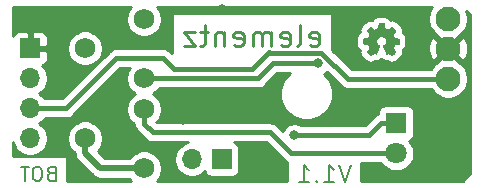
<source format=gbr>
G04 #@! TF.GenerationSoftware,KiCad,Pcbnew,5.1.5-52549c5~86~ubuntu16.04.1*
G04 #@! TF.CreationDate,2020-11-24T12:51:21+05:30*
G04 #@! TF.ProjectId,IR_Sensor_Module_555_V1.0,49525f53-656e-4736-9f72-5f4d6f64756c,V1.0*
G04 #@! TF.SameCoordinates,Original*
G04 #@! TF.FileFunction,Copper,L2,Bot*
G04 #@! TF.FilePolarity,Positive*
%FSLAX46Y46*%
G04 Gerber Fmt 4.6, Leading zero omitted, Abs format (unit mm)*
G04 Created by KiCad (PCBNEW 5.1.5-52549c5~86~ubuntu16.04.1) date 2020-11-24 12:51:21*
%MOMM*%
%LPD*%
G04 APERTURE LIST*
%ADD10C,0.200000*%
%ADD11C,0.250000*%
%ADD12C,0.150000*%
%ADD13C,0.002540*%
%ADD14C,1.750000*%
%ADD15O,1.700000X1.700000*%
%ADD16R,1.700000X1.700000*%
%ADD17C,2.100000*%
%ADD18C,1.800000*%
%ADD19R,1.800000X1.800000*%
%ADD20C,0.800000*%
%ADD21C,0.406400*%
%ADD22C,0.508000*%
%ADD23C,0.254000*%
G04 APERTURE END LIST*
D10*
X129285714Y-113986571D02*
X128785714Y-115486571D01*
X128285714Y-113986571D01*
X127000000Y-115486571D02*
X127857142Y-115486571D01*
X127428571Y-115486571D02*
X127428571Y-113986571D01*
X127571428Y-114200857D01*
X127714285Y-114343714D01*
X127857142Y-114415142D01*
X126357142Y-115343714D02*
X126285714Y-115415142D01*
X126357142Y-115486571D01*
X126428571Y-115415142D01*
X126357142Y-115343714D01*
X126357142Y-115486571D01*
X124857142Y-115486571D02*
X125714285Y-115486571D01*
X125285714Y-115486571D02*
X125285714Y-113986571D01*
X125428571Y-114200857D01*
X125571428Y-114343714D01*
X125714285Y-114415142D01*
D11*
X125832571Y-103852571D02*
X126004000Y-103938285D01*
X126346857Y-103938285D01*
X126518285Y-103852571D01*
X126604000Y-103681142D01*
X126604000Y-102995428D01*
X126518285Y-102824000D01*
X126346857Y-102738285D01*
X126004000Y-102738285D01*
X125832571Y-102824000D01*
X125746857Y-102995428D01*
X125746857Y-103166857D01*
X126604000Y-103338285D01*
X124718285Y-103938285D02*
X124889714Y-103852571D01*
X124975428Y-103681142D01*
X124975428Y-102138285D01*
X123346857Y-103852571D02*
X123518285Y-103938285D01*
X123861142Y-103938285D01*
X124032571Y-103852571D01*
X124118285Y-103681142D01*
X124118285Y-102995428D01*
X124032571Y-102824000D01*
X123861142Y-102738285D01*
X123518285Y-102738285D01*
X123346857Y-102824000D01*
X123261142Y-102995428D01*
X123261142Y-103166857D01*
X124118285Y-103338285D01*
X122489714Y-103938285D02*
X122489714Y-102738285D01*
X122489714Y-102909714D02*
X122404000Y-102824000D01*
X122232571Y-102738285D01*
X121975428Y-102738285D01*
X121804000Y-102824000D01*
X121718285Y-102995428D01*
X121718285Y-103938285D01*
X121718285Y-102995428D02*
X121632571Y-102824000D01*
X121461142Y-102738285D01*
X121204000Y-102738285D01*
X121032571Y-102824000D01*
X120946857Y-102995428D01*
X120946857Y-103938285D01*
X119404000Y-103852571D02*
X119575428Y-103938285D01*
X119918285Y-103938285D01*
X120089714Y-103852571D01*
X120175428Y-103681142D01*
X120175428Y-102995428D01*
X120089714Y-102824000D01*
X119918285Y-102738285D01*
X119575428Y-102738285D01*
X119404000Y-102824000D01*
X119318285Y-102995428D01*
X119318285Y-103166857D01*
X120175428Y-103338285D01*
X118546857Y-102738285D02*
X118546857Y-103938285D01*
X118546857Y-102909714D02*
X118461142Y-102824000D01*
X118289714Y-102738285D01*
X118032571Y-102738285D01*
X117861142Y-102824000D01*
X117775428Y-102995428D01*
X117775428Y-103938285D01*
X117175428Y-102738285D02*
X116489714Y-102738285D01*
X116918285Y-102138285D02*
X116918285Y-103681142D01*
X116832571Y-103852571D01*
X116661142Y-103938285D01*
X116489714Y-103938285D01*
X116061142Y-102738285D02*
X115118285Y-102738285D01*
X116061142Y-103938285D01*
X115118285Y-103938285D01*
D12*
X103870000Y-114722285D02*
X103698571Y-114779428D01*
X103641428Y-114836571D01*
X103584285Y-114950857D01*
X103584285Y-115122285D01*
X103641428Y-115236571D01*
X103698571Y-115293714D01*
X103812857Y-115350857D01*
X104270000Y-115350857D01*
X104270000Y-114150857D01*
X103870000Y-114150857D01*
X103755714Y-114208000D01*
X103698571Y-114265142D01*
X103641428Y-114379428D01*
X103641428Y-114493714D01*
X103698571Y-114608000D01*
X103755714Y-114665142D01*
X103870000Y-114722285D01*
X104270000Y-114722285D01*
X102841428Y-114150857D02*
X102612857Y-114150857D01*
X102498571Y-114208000D01*
X102384285Y-114322285D01*
X102327142Y-114550857D01*
X102327142Y-114950857D01*
X102384285Y-115179428D01*
X102498571Y-115293714D01*
X102612857Y-115350857D01*
X102841428Y-115350857D01*
X102955714Y-115293714D01*
X103070000Y-115179428D01*
X103127142Y-114950857D01*
X103127142Y-114550857D01*
X103070000Y-114322285D01*
X102955714Y-114208000D01*
X102841428Y-114150857D01*
X101984285Y-114150857D02*
X101298571Y-114150857D01*
X101641428Y-115350857D02*
X101641428Y-114150857D01*
D13*
G36*
X130916680Y-104724200D02*
G01*
X130934460Y-104716580D01*
X130967480Y-104693720D01*
X131018280Y-104660700D01*
X131076700Y-104622600D01*
X131137660Y-104581960D01*
X131185920Y-104548940D01*
X131221480Y-104526080D01*
X131234180Y-104518460D01*
X131241800Y-104521000D01*
X131269740Y-104536240D01*
X131310380Y-104556560D01*
X131335780Y-104569260D01*
X131373880Y-104584500D01*
X131391660Y-104589580D01*
X131394200Y-104584500D01*
X131409440Y-104554020D01*
X131429760Y-104505760D01*
X131457700Y-104439720D01*
X131490720Y-104363520D01*
X131526280Y-104282240D01*
X131559300Y-104198420D01*
X131592320Y-104119680D01*
X131622800Y-104046020D01*
X131645660Y-103987600D01*
X131660900Y-103946960D01*
X131668520Y-103929180D01*
X131665980Y-103926640D01*
X131648200Y-103908860D01*
X131615180Y-103883460D01*
X131544060Y-103825040D01*
X131472940Y-103738680D01*
X131429760Y-103639620D01*
X131417060Y-103527860D01*
X131427220Y-103426260D01*
X131467860Y-103329740D01*
X131536440Y-103240840D01*
X131620260Y-103174800D01*
X131716780Y-103134160D01*
X131826000Y-103121460D01*
X131930140Y-103131620D01*
X132029200Y-103172260D01*
X132118100Y-103238300D01*
X132156200Y-103281480D01*
X132207000Y-103372920D01*
X132237480Y-103466900D01*
X132240020Y-103489760D01*
X132234940Y-103596440D01*
X132204460Y-103698040D01*
X132148580Y-103786940D01*
X132072380Y-103860600D01*
X132062220Y-103868220D01*
X132026660Y-103896160D01*
X132001260Y-103913940D01*
X131983480Y-103929180D01*
X132118100Y-104251760D01*
X132138420Y-104302560D01*
X132176520Y-104391460D01*
X132207000Y-104467660D01*
X132234940Y-104528620D01*
X132252720Y-104569260D01*
X132260340Y-104584500D01*
X132273040Y-104587040D01*
X132295900Y-104579420D01*
X132341620Y-104556560D01*
X132372100Y-104541320D01*
X132405120Y-104526080D01*
X132420360Y-104518460D01*
X132435600Y-104526080D01*
X132468620Y-104546400D01*
X132514340Y-104579420D01*
X132572760Y-104617520D01*
X132628640Y-104655620D01*
X132679440Y-104688640D01*
X132715000Y-104714040D01*
X132732780Y-104721660D01*
X132735320Y-104721660D01*
X132753100Y-104714040D01*
X132781040Y-104688640D01*
X132824220Y-104648000D01*
X132887720Y-104587040D01*
X132897880Y-104576880D01*
X132948680Y-104526080D01*
X132989320Y-104480360D01*
X133017260Y-104449880D01*
X133027420Y-104437180D01*
X133017260Y-104419400D01*
X132994400Y-104381300D01*
X132961380Y-104330500D01*
X132920740Y-104269540D01*
X132814060Y-104114600D01*
X132872480Y-103969820D01*
X132890260Y-103924100D01*
X132913120Y-103868220D01*
X132930900Y-103830120D01*
X132938520Y-103812340D01*
X132956300Y-103807260D01*
X132994400Y-103797100D01*
X133052820Y-103786940D01*
X133123940Y-103774240D01*
X133189980Y-103761540D01*
X133248400Y-103748840D01*
X133291580Y-103741220D01*
X133311900Y-103738680D01*
X133316980Y-103733600D01*
X133319520Y-103725980D01*
X133322060Y-103705660D01*
X133324600Y-103667560D01*
X133324600Y-103611680D01*
X133324600Y-103527860D01*
X133324600Y-103520240D01*
X133324600Y-103441500D01*
X133322060Y-103378000D01*
X133319520Y-103339900D01*
X133316980Y-103322120D01*
X133299200Y-103317040D01*
X133256020Y-103309420D01*
X133197600Y-103296720D01*
X133126480Y-103284020D01*
X133121400Y-103284020D01*
X133050280Y-103268780D01*
X132991860Y-103256080D01*
X132948680Y-103248460D01*
X132930900Y-103240840D01*
X132928360Y-103235760D01*
X132913120Y-103207820D01*
X132892800Y-103164640D01*
X132869940Y-103111300D01*
X132847080Y-103055420D01*
X132826760Y-103004620D01*
X132814060Y-102969060D01*
X132808980Y-102951280D01*
X132819140Y-102933500D01*
X132844540Y-102897940D01*
X132880100Y-102847140D01*
X132920740Y-102786180D01*
X132923280Y-102781100D01*
X132963920Y-102720140D01*
X132996940Y-102669340D01*
X133019800Y-102633780D01*
X133027420Y-102618540D01*
X133027420Y-102616000D01*
X133014720Y-102598220D01*
X132984240Y-102565200D01*
X132938520Y-102519480D01*
X132887720Y-102466140D01*
X132869940Y-102450900D01*
X132811520Y-102392480D01*
X132770880Y-102356920D01*
X132745480Y-102336600D01*
X132735320Y-102331520D01*
X132732780Y-102331520D01*
X132715000Y-102341680D01*
X132676900Y-102367080D01*
X132626100Y-102402640D01*
X132565140Y-102443280D01*
X132562600Y-102445820D01*
X132501640Y-102486460D01*
X132450840Y-102522020D01*
X132415280Y-102544880D01*
X132400040Y-102552500D01*
X132397500Y-102552500D01*
X132374640Y-102547420D01*
X132331460Y-102532180D01*
X132278120Y-102511860D01*
X132222240Y-102489000D01*
X132171440Y-102468680D01*
X132135880Y-102450900D01*
X132118100Y-102440740D01*
X132115560Y-102440740D01*
X132110480Y-102417880D01*
X132100320Y-102372160D01*
X132087620Y-102311200D01*
X132072380Y-102237540D01*
X132069840Y-102227380D01*
X132057140Y-102153720D01*
X132046980Y-102095300D01*
X132036820Y-102054660D01*
X132034280Y-102036880D01*
X132024120Y-102036880D01*
X131988560Y-102034340D01*
X131935220Y-102031800D01*
X131869180Y-102031800D01*
X131803140Y-102031800D01*
X131737100Y-102031800D01*
X131681220Y-102034340D01*
X131640580Y-102036880D01*
X131622800Y-102041960D01*
X131617720Y-102064820D01*
X131607560Y-102108000D01*
X131594860Y-102171500D01*
X131579620Y-102245160D01*
X131577080Y-102257860D01*
X131564380Y-102328980D01*
X131551680Y-102387400D01*
X131544060Y-102428040D01*
X131538980Y-102443280D01*
X131533900Y-102445820D01*
X131503420Y-102461060D01*
X131455160Y-102478840D01*
X131396740Y-102504240D01*
X131259580Y-102560120D01*
X131091940Y-102443280D01*
X131076700Y-102433120D01*
X131015740Y-102392480D01*
X130964940Y-102359460D01*
X130929380Y-102336600D01*
X130916680Y-102328980D01*
X130914140Y-102328980D01*
X130898900Y-102344220D01*
X130865880Y-102374700D01*
X130820160Y-102420420D01*
X130766820Y-102471220D01*
X130726180Y-102511860D01*
X130680460Y-102557580D01*
X130652520Y-102590600D01*
X130634740Y-102610920D01*
X130629660Y-102623620D01*
X130632200Y-102631240D01*
X130642360Y-102649020D01*
X130667760Y-102684580D01*
X130700780Y-102737920D01*
X130741420Y-102796340D01*
X130776980Y-102847140D01*
X130812540Y-102903020D01*
X130835400Y-102943660D01*
X130845560Y-102961440D01*
X130843020Y-102971600D01*
X130830320Y-103004620D01*
X130810000Y-103052880D01*
X130784600Y-103113840D01*
X130726180Y-103245920D01*
X130639820Y-103263700D01*
X130586480Y-103273860D01*
X130512820Y-103286560D01*
X130441700Y-103301800D01*
X130329940Y-103322120D01*
X130327400Y-103725980D01*
X130345180Y-103733600D01*
X130360420Y-103738680D01*
X130401060Y-103748840D01*
X130459480Y-103759000D01*
X130528060Y-103771700D01*
X130589020Y-103784400D01*
X130647440Y-103794560D01*
X130690620Y-103802180D01*
X130708400Y-103807260D01*
X130713480Y-103812340D01*
X130728720Y-103842820D01*
X130749040Y-103888540D01*
X130771900Y-103941880D01*
X130797300Y-104000300D01*
X130817620Y-104051100D01*
X130832860Y-104091740D01*
X130837940Y-104112060D01*
X130830320Y-104127300D01*
X130807460Y-104162860D01*
X130774440Y-104213660D01*
X130733800Y-104272080D01*
X130693160Y-104330500D01*
X130660140Y-104381300D01*
X130634740Y-104416860D01*
X130627120Y-104434640D01*
X130632200Y-104444800D01*
X130655060Y-104472740D01*
X130698240Y-104518460D01*
X130764280Y-104584500D01*
X130776980Y-104594660D01*
X130827780Y-104645460D01*
X130873500Y-104686100D01*
X130903980Y-104714040D01*
X130916680Y-104724200D01*
G37*
X130916680Y-104724200D02*
X130934460Y-104716580D01*
X130967480Y-104693720D01*
X131018280Y-104660700D01*
X131076700Y-104622600D01*
X131137660Y-104581960D01*
X131185920Y-104548940D01*
X131221480Y-104526080D01*
X131234180Y-104518460D01*
X131241800Y-104521000D01*
X131269740Y-104536240D01*
X131310380Y-104556560D01*
X131335780Y-104569260D01*
X131373880Y-104584500D01*
X131391660Y-104589580D01*
X131394200Y-104584500D01*
X131409440Y-104554020D01*
X131429760Y-104505760D01*
X131457700Y-104439720D01*
X131490720Y-104363520D01*
X131526280Y-104282240D01*
X131559300Y-104198420D01*
X131592320Y-104119680D01*
X131622800Y-104046020D01*
X131645660Y-103987600D01*
X131660900Y-103946960D01*
X131668520Y-103929180D01*
X131665980Y-103926640D01*
X131648200Y-103908860D01*
X131615180Y-103883460D01*
X131544060Y-103825040D01*
X131472940Y-103738680D01*
X131429760Y-103639620D01*
X131417060Y-103527860D01*
X131427220Y-103426260D01*
X131467860Y-103329740D01*
X131536440Y-103240840D01*
X131620260Y-103174800D01*
X131716780Y-103134160D01*
X131826000Y-103121460D01*
X131930140Y-103131620D01*
X132029200Y-103172260D01*
X132118100Y-103238300D01*
X132156200Y-103281480D01*
X132207000Y-103372920D01*
X132237480Y-103466900D01*
X132240020Y-103489760D01*
X132234940Y-103596440D01*
X132204460Y-103698040D01*
X132148580Y-103786940D01*
X132072380Y-103860600D01*
X132062220Y-103868220D01*
X132026660Y-103896160D01*
X132001260Y-103913940D01*
X131983480Y-103929180D01*
X132118100Y-104251760D01*
X132138420Y-104302560D01*
X132176520Y-104391460D01*
X132207000Y-104467660D01*
X132234940Y-104528620D01*
X132252720Y-104569260D01*
X132260340Y-104584500D01*
X132273040Y-104587040D01*
X132295900Y-104579420D01*
X132341620Y-104556560D01*
X132372100Y-104541320D01*
X132405120Y-104526080D01*
X132420360Y-104518460D01*
X132435600Y-104526080D01*
X132468620Y-104546400D01*
X132514340Y-104579420D01*
X132572760Y-104617520D01*
X132628640Y-104655620D01*
X132679440Y-104688640D01*
X132715000Y-104714040D01*
X132732780Y-104721660D01*
X132735320Y-104721660D01*
X132753100Y-104714040D01*
X132781040Y-104688640D01*
X132824220Y-104648000D01*
X132887720Y-104587040D01*
X132897880Y-104576880D01*
X132948680Y-104526080D01*
X132989320Y-104480360D01*
X133017260Y-104449880D01*
X133027420Y-104437180D01*
X133017260Y-104419400D01*
X132994400Y-104381300D01*
X132961380Y-104330500D01*
X132920740Y-104269540D01*
X132814060Y-104114600D01*
X132872480Y-103969820D01*
X132890260Y-103924100D01*
X132913120Y-103868220D01*
X132930900Y-103830120D01*
X132938520Y-103812340D01*
X132956300Y-103807260D01*
X132994400Y-103797100D01*
X133052820Y-103786940D01*
X133123940Y-103774240D01*
X133189980Y-103761540D01*
X133248400Y-103748840D01*
X133291580Y-103741220D01*
X133311900Y-103738680D01*
X133316980Y-103733600D01*
X133319520Y-103725980D01*
X133322060Y-103705660D01*
X133324600Y-103667560D01*
X133324600Y-103611680D01*
X133324600Y-103527860D01*
X133324600Y-103520240D01*
X133324600Y-103441500D01*
X133322060Y-103378000D01*
X133319520Y-103339900D01*
X133316980Y-103322120D01*
X133299200Y-103317040D01*
X133256020Y-103309420D01*
X133197600Y-103296720D01*
X133126480Y-103284020D01*
X133121400Y-103284020D01*
X133050280Y-103268780D01*
X132991860Y-103256080D01*
X132948680Y-103248460D01*
X132930900Y-103240840D01*
X132928360Y-103235760D01*
X132913120Y-103207820D01*
X132892800Y-103164640D01*
X132869940Y-103111300D01*
X132847080Y-103055420D01*
X132826760Y-103004620D01*
X132814060Y-102969060D01*
X132808980Y-102951280D01*
X132819140Y-102933500D01*
X132844540Y-102897940D01*
X132880100Y-102847140D01*
X132920740Y-102786180D01*
X132923280Y-102781100D01*
X132963920Y-102720140D01*
X132996940Y-102669340D01*
X133019800Y-102633780D01*
X133027420Y-102618540D01*
X133027420Y-102616000D01*
X133014720Y-102598220D01*
X132984240Y-102565200D01*
X132938520Y-102519480D01*
X132887720Y-102466140D01*
X132869940Y-102450900D01*
X132811520Y-102392480D01*
X132770880Y-102356920D01*
X132745480Y-102336600D01*
X132735320Y-102331520D01*
X132732780Y-102331520D01*
X132715000Y-102341680D01*
X132676900Y-102367080D01*
X132626100Y-102402640D01*
X132565140Y-102443280D01*
X132562600Y-102445820D01*
X132501640Y-102486460D01*
X132450840Y-102522020D01*
X132415280Y-102544880D01*
X132400040Y-102552500D01*
X132397500Y-102552500D01*
X132374640Y-102547420D01*
X132331460Y-102532180D01*
X132278120Y-102511860D01*
X132222240Y-102489000D01*
X132171440Y-102468680D01*
X132135880Y-102450900D01*
X132118100Y-102440740D01*
X132115560Y-102440740D01*
X132110480Y-102417880D01*
X132100320Y-102372160D01*
X132087620Y-102311200D01*
X132072380Y-102237540D01*
X132069840Y-102227380D01*
X132057140Y-102153720D01*
X132046980Y-102095300D01*
X132036820Y-102054660D01*
X132034280Y-102036880D01*
X132024120Y-102036880D01*
X131988560Y-102034340D01*
X131935220Y-102031800D01*
X131869180Y-102031800D01*
X131803140Y-102031800D01*
X131737100Y-102031800D01*
X131681220Y-102034340D01*
X131640580Y-102036880D01*
X131622800Y-102041960D01*
X131617720Y-102064820D01*
X131607560Y-102108000D01*
X131594860Y-102171500D01*
X131579620Y-102245160D01*
X131577080Y-102257860D01*
X131564380Y-102328980D01*
X131551680Y-102387400D01*
X131544060Y-102428040D01*
X131538980Y-102443280D01*
X131533900Y-102445820D01*
X131503420Y-102461060D01*
X131455160Y-102478840D01*
X131396740Y-102504240D01*
X131259580Y-102560120D01*
X131091940Y-102443280D01*
X131076700Y-102433120D01*
X131015740Y-102392480D01*
X130964940Y-102359460D01*
X130929380Y-102336600D01*
X130916680Y-102328980D01*
X130914140Y-102328980D01*
X130898900Y-102344220D01*
X130865880Y-102374700D01*
X130820160Y-102420420D01*
X130766820Y-102471220D01*
X130726180Y-102511860D01*
X130680460Y-102557580D01*
X130652520Y-102590600D01*
X130634740Y-102610920D01*
X130629660Y-102623620D01*
X130632200Y-102631240D01*
X130642360Y-102649020D01*
X130667760Y-102684580D01*
X130700780Y-102737920D01*
X130741420Y-102796340D01*
X130776980Y-102847140D01*
X130812540Y-102903020D01*
X130835400Y-102943660D01*
X130845560Y-102961440D01*
X130843020Y-102971600D01*
X130830320Y-103004620D01*
X130810000Y-103052880D01*
X130784600Y-103113840D01*
X130726180Y-103245920D01*
X130639820Y-103263700D01*
X130586480Y-103273860D01*
X130512820Y-103286560D01*
X130441700Y-103301800D01*
X130329940Y-103322120D01*
X130327400Y-103725980D01*
X130345180Y-103733600D01*
X130360420Y-103738680D01*
X130401060Y-103748840D01*
X130459480Y-103759000D01*
X130528060Y-103771700D01*
X130589020Y-103784400D01*
X130647440Y-103794560D01*
X130690620Y-103802180D01*
X130708400Y-103807260D01*
X130713480Y-103812340D01*
X130728720Y-103842820D01*
X130749040Y-103888540D01*
X130771900Y-103941880D01*
X130797300Y-104000300D01*
X130817620Y-104051100D01*
X130832860Y-104091740D01*
X130837940Y-104112060D01*
X130830320Y-104127300D01*
X130807460Y-104162860D01*
X130774440Y-104213660D01*
X130733800Y-104272080D01*
X130693160Y-104330500D01*
X130660140Y-104381300D01*
X130634740Y-104416860D01*
X130627120Y-104434640D01*
X130632200Y-104444800D01*
X130655060Y-104472740D01*
X130698240Y-104518460D01*
X130764280Y-104584500D01*
X130776980Y-104594660D01*
X130827780Y-104645460D01*
X130873500Y-104686100D01*
X130903980Y-104714040D01*
X130916680Y-104724200D01*
D14*
X111760000Y-114300000D03*
X106760000Y-111760000D03*
X111760000Y-109300000D03*
X111760000Y-106680000D03*
X106760000Y-104140000D03*
X111760000Y-101680000D03*
D15*
X102108000Y-111760000D03*
X102108000Y-109220000D03*
X102108000Y-106680000D03*
D16*
X102108000Y-104140000D03*
D15*
X115796591Y-113538000D03*
D16*
X118336591Y-113538000D03*
D17*
X137499406Y-101640003D03*
X137499406Y-104180003D03*
X137499406Y-106720003D03*
D18*
X133096000Y-113030000D03*
D19*
X133096000Y-110490000D03*
D20*
X130048000Y-101600000D03*
X129540000Y-105664000D03*
X118364000Y-100838000D03*
X115062000Y-110236000D03*
X109982000Y-111506000D03*
X104648000Y-105410000D03*
X121920000Y-109982000D03*
X113538000Y-103632000D03*
X104648000Y-111760000D03*
X121666000Y-113030000D03*
X124460000Y-111506000D03*
X126492000Y-105410000D03*
D21*
X106760000Y-111332000D02*
X106760000Y-111760000D01*
D22*
X110522564Y-114300000D02*
X111760000Y-114300000D01*
X108062564Y-114300000D02*
X110522564Y-114300000D01*
X106760000Y-112997436D02*
X108062564Y-114300000D01*
X106760000Y-111760000D02*
X106760000Y-112997436D01*
D21*
X124206000Y-113030000D02*
X133096000Y-113030000D01*
X112474564Y-111252000D02*
X122428000Y-111252000D01*
X122428000Y-111252000D02*
X124206000Y-113030000D01*
X111760000Y-110537436D02*
X112474564Y-111252000D01*
X111760000Y-109300000D02*
X111760000Y-110537436D01*
X125025685Y-111506000D02*
X124460000Y-111506000D01*
X130773600Y-111506000D02*
X125025685Y-111506000D01*
X131789600Y-110490000D02*
X130773600Y-111506000D01*
X133096000Y-110490000D02*
X131789600Y-110490000D01*
X133817997Y-106720003D02*
X137499406Y-106720003D01*
X122348659Y-104508575D02*
X126779313Y-104508575D01*
X122331042Y-104490958D02*
X122348659Y-104508575D01*
X128990741Y-106720003D02*
X133817997Y-106720003D01*
X120904000Y-105918000D02*
X122331042Y-104490958D01*
X114300000Y-105918000D02*
X120904000Y-105918000D01*
X126779313Y-104508575D02*
X128990741Y-106720003D01*
X113356495Y-104974495D02*
X114300000Y-105918000D01*
X109401505Y-104974495D02*
X113356495Y-104974495D01*
X105156000Y-109220000D02*
X109401505Y-104974495D01*
X102108000Y-109220000D02*
X105156000Y-109220000D01*
X111760000Y-106680000D02*
X121412000Y-106680000D01*
X122682000Y-105410000D02*
X126492000Y-105410000D01*
X121412000Y-106680000D02*
X122682000Y-105410000D01*
D23*
G36*
X110587107Y-100717431D02*
G01*
X110421856Y-100964747D01*
X110308029Y-101239549D01*
X110250000Y-101531278D01*
X110250000Y-101828722D01*
X110308029Y-102120451D01*
X110421856Y-102395253D01*
X110587107Y-102642569D01*
X110797431Y-102852893D01*
X111044747Y-103018144D01*
X111319549Y-103131971D01*
X111611278Y-103190000D01*
X111908722Y-103190000D01*
X112200451Y-103131971D01*
X112475253Y-103018144D01*
X112722569Y-102852893D01*
X112932893Y-102642569D01*
X113098144Y-102395253D01*
X113211971Y-102120451D01*
X113270000Y-101828722D01*
X113270000Y-101531278D01*
X113211971Y-101239549D01*
X113098144Y-100964747D01*
X112932893Y-100717431D01*
X112875462Y-100660000D01*
X136127691Y-100660000D01*
X136006178Y-100841856D01*
X135879160Y-101148507D01*
X135814406Y-101474045D01*
X135814406Y-101805961D01*
X135879160Y-102131499D01*
X136006178Y-102438150D01*
X136190581Y-102714128D01*
X136425281Y-102948828D01*
X136509415Y-103005045D01*
X136507945Y-103008937D01*
X137499406Y-104000398D01*
X138490867Y-103008937D01*
X138489397Y-103005045D01*
X138573531Y-102948828D01*
X138808231Y-102714128D01*
X138992634Y-102438150D01*
X139119652Y-102131499D01*
X139184406Y-101805961D01*
X139184406Y-101474045D01*
X139119652Y-101148507D01*
X139052142Y-100985523D01*
X139340000Y-101273381D01*
X139340001Y-114726618D01*
X138726620Y-115340000D01*
X130163572Y-115340000D01*
X130163572Y-113868200D01*
X131809939Y-113868200D01*
X131903688Y-114008505D01*
X132117495Y-114222312D01*
X132368905Y-114390299D01*
X132648257Y-114506011D01*
X132944816Y-114565000D01*
X133247184Y-114565000D01*
X133543743Y-114506011D01*
X133823095Y-114390299D01*
X134074505Y-114222312D01*
X134288312Y-114008505D01*
X134456299Y-113757095D01*
X134572011Y-113477743D01*
X134631000Y-113181184D01*
X134631000Y-112878816D01*
X134572011Y-112582257D01*
X134456299Y-112302905D01*
X134288312Y-112051495D01*
X134221873Y-111985056D01*
X134240180Y-111979502D01*
X134350494Y-111920537D01*
X134447185Y-111841185D01*
X134526537Y-111744494D01*
X134585502Y-111634180D01*
X134621812Y-111514482D01*
X134634072Y-111390000D01*
X134634072Y-109590000D01*
X134621812Y-109465518D01*
X134585502Y-109345820D01*
X134526537Y-109235506D01*
X134447185Y-109138815D01*
X134350494Y-109059463D01*
X134240180Y-109000498D01*
X134120482Y-108964188D01*
X133996000Y-108951928D01*
X132196000Y-108951928D01*
X132071518Y-108964188D01*
X131951820Y-109000498D01*
X131841506Y-109059463D01*
X131744815Y-109138815D01*
X131665463Y-109235506D01*
X131606498Y-109345820D01*
X131570188Y-109465518D01*
X131557928Y-109590000D01*
X131557928Y-109684361D01*
X131467283Y-109711858D01*
X131321668Y-109789691D01*
X131194036Y-109894436D01*
X131167793Y-109926413D01*
X130426407Y-110667800D01*
X125068496Y-110667800D01*
X124950256Y-110588795D01*
X124761898Y-110510774D01*
X124561939Y-110471000D01*
X124358061Y-110471000D01*
X124158102Y-110510774D01*
X123969744Y-110588795D01*
X123800226Y-110702063D01*
X123656063Y-110846226D01*
X123542795Y-111015744D01*
X123494275Y-111132881D01*
X123049811Y-110688418D01*
X123023564Y-110656436D01*
X122895932Y-110551691D01*
X122750317Y-110473858D01*
X122592316Y-110425929D01*
X122469170Y-110413800D01*
X122469163Y-110413800D01*
X122428000Y-110409746D01*
X122386837Y-110413800D01*
X112821758Y-110413800D01*
X112801710Y-110393752D01*
X112932893Y-110262569D01*
X113098144Y-110015253D01*
X113211971Y-109740451D01*
X113270000Y-109448722D01*
X113270000Y-109151278D01*
X113211971Y-108859549D01*
X113098144Y-108584747D01*
X112932893Y-108337431D01*
X112722569Y-108127107D01*
X112517374Y-107990000D01*
X112722569Y-107852893D01*
X112932893Y-107642569D01*
X113015994Y-107518200D01*
X121370837Y-107518200D01*
X121412000Y-107522254D01*
X121453163Y-107518200D01*
X121453170Y-107518200D01*
X121576316Y-107506071D01*
X121734317Y-107458142D01*
X121879932Y-107380309D01*
X122007564Y-107275564D01*
X122033811Y-107243582D01*
X123029194Y-106248200D01*
X124098861Y-106248200D01*
X124075271Y-106263962D01*
X123763962Y-106575271D01*
X123519369Y-106941331D01*
X123350890Y-107348075D01*
X123265000Y-107779872D01*
X123265000Y-108220128D01*
X123350890Y-108651925D01*
X123519369Y-109058669D01*
X123763962Y-109424729D01*
X124075271Y-109736038D01*
X124441331Y-109980631D01*
X124848075Y-110149110D01*
X125279872Y-110235000D01*
X125720128Y-110235000D01*
X126151925Y-110149110D01*
X126558669Y-109980631D01*
X126924729Y-109736038D01*
X127236038Y-109424729D01*
X127480631Y-109058669D01*
X127649110Y-108651925D01*
X127735000Y-108220128D01*
X127735000Y-107779872D01*
X127649110Y-107348075D01*
X127480631Y-106941331D01*
X127236038Y-106575271D01*
X126985682Y-106324915D01*
X127151774Y-106213937D01*
X127225528Y-106140183D01*
X128368935Y-107283591D01*
X128395177Y-107315567D01*
X128427153Y-107341809D01*
X128427155Y-107341811D01*
X128522809Y-107420312D01*
X128668424Y-107498145D01*
X128826425Y-107546074D01*
X128949571Y-107558203D01*
X128949580Y-107558203D01*
X128990740Y-107562257D01*
X129031900Y-107558203D01*
X136032941Y-107558203D01*
X136190581Y-107794128D01*
X136425281Y-108028828D01*
X136701259Y-108213231D01*
X137007910Y-108340249D01*
X137333448Y-108405003D01*
X137665364Y-108405003D01*
X137990902Y-108340249D01*
X138297553Y-108213231D01*
X138573531Y-108028828D01*
X138808231Y-107794128D01*
X138992634Y-107518150D01*
X139119652Y-107211499D01*
X139184406Y-106885961D01*
X139184406Y-106554045D01*
X139119652Y-106228507D01*
X138992634Y-105921856D01*
X138808231Y-105645878D01*
X138573531Y-105411178D01*
X138489397Y-105354961D01*
X138490867Y-105351069D01*
X137499406Y-104359608D01*
X136507945Y-105351069D01*
X136509415Y-105354961D01*
X136425281Y-105411178D01*
X136190581Y-105645878D01*
X136032941Y-105881803D01*
X129337935Y-105881803D01*
X127706857Y-104250726D01*
X127706857Y-103721978D01*
X129691143Y-103721978D01*
X129696387Y-103779157D01*
X129700799Y-103836483D01*
X129702057Y-103840987D01*
X129702483Y-103845637D01*
X129718729Y-103900697D01*
X129734195Y-103956085D01*
X129736304Y-103960260D01*
X129737626Y-103964740D01*
X129764259Y-104015599D01*
X129790187Y-104066924D01*
X129793067Y-104070610D01*
X129795233Y-104074746D01*
X129831261Y-104119493D01*
X129866642Y-104164776D01*
X129870177Y-104167827D01*
X129873110Y-104171470D01*
X129917167Y-104208386D01*
X129960646Y-104245914D01*
X129964710Y-104248222D01*
X129968292Y-104251224D01*
X130013162Y-104275851D01*
X130004751Y-104302367D01*
X130002171Y-104325373D01*
X129996789Y-104347903D01*
X129995265Y-104386954D01*
X129990912Y-104425772D01*
X129992850Y-104448845D01*
X129991947Y-104471988D01*
X129998035Y-104510576D01*
X130001306Y-104549514D01*
X130007689Y-104571773D01*
X130011298Y-104594649D01*
X130020679Y-104620194D01*
X130020853Y-104621134D01*
X130023085Y-104626747D01*
X130024765Y-104631321D01*
X130035536Y-104668881D01*
X130046123Y-104689480D01*
X130054105Y-104711215D01*
X130058023Y-104719189D01*
X130063103Y-104729348D01*
X130065254Y-104732768D01*
X130066746Y-104736520D01*
X130084067Y-104763306D01*
X130092301Y-104779326D01*
X130103105Y-104792956D01*
X130129210Y-104834467D01*
X130131982Y-104837401D01*
X130134176Y-104840795D01*
X130139754Y-104847710D01*
X130162614Y-104875650D01*
X130175470Y-104888555D01*
X130186428Y-104903117D01*
X130192483Y-104909618D01*
X130235663Y-104955338D01*
X130239182Y-104958401D01*
X130242091Y-104962045D01*
X130248329Y-104968371D01*
X130314369Y-105034411D01*
X130328591Y-105046093D01*
X130377869Y-105095371D01*
X130388909Y-105104439D01*
X130398466Y-105115066D01*
X130405065Y-105121014D01*
X130447161Y-105158433D01*
X130474037Y-105183069D01*
X130487613Y-105193266D01*
X130499607Y-105205285D01*
X130506505Y-105210883D01*
X130519205Y-105221043D01*
X130542774Y-105236384D01*
X130564561Y-105254154D01*
X130594684Y-105270172D01*
X130623279Y-105288784D01*
X130649375Y-105299254D01*
X130674202Y-105312455D01*
X130706864Y-105322317D01*
X130738529Y-105335021D01*
X130766159Y-105340221D01*
X130793079Y-105348350D01*
X130827042Y-105351681D01*
X130860563Y-105357990D01*
X130888676Y-105357725D01*
X130916665Y-105360470D01*
X130950619Y-105357141D01*
X130984737Y-105356820D01*
X131012272Y-105351098D01*
X131040250Y-105348355D01*
X131072906Y-105338496D01*
X131106317Y-105331553D01*
X131132214Y-105320592D01*
X131159129Y-105312467D01*
X131167319Y-105309024D01*
X131185099Y-105301404D01*
X131210361Y-105287517D01*
X131220674Y-105283152D01*
X131230836Y-105276262D01*
X131237035Y-105272854D01*
X131289292Y-105244722D01*
X131293786Y-105241656D01*
X131293918Y-105241584D01*
X131294029Y-105241491D01*
X131296631Y-105239716D01*
X131321999Y-105222154D01*
X131323912Y-105220910D01*
X131339022Y-105223668D01*
X131340026Y-105223653D01*
X131341019Y-105223831D01*
X131402215Y-105222726D01*
X131463187Y-105221817D01*
X131464169Y-105221607D01*
X131465177Y-105221589D01*
X131525011Y-105208614D01*
X131584626Y-105195883D01*
X131585548Y-105195487D01*
X131586534Y-105195273D01*
X131642595Y-105170972D01*
X131698716Y-105146856D01*
X131699548Y-105146285D01*
X131700469Y-105145886D01*
X131750609Y-105111251D01*
X131801111Y-105076601D01*
X131801816Y-105075879D01*
X131802642Y-105075309D01*
X131828111Y-105049087D01*
X131842617Y-105064445D01*
X131872148Y-105085459D01*
X131899862Y-105108804D01*
X131922611Y-105121367D01*
X131943793Y-105136440D01*
X131976845Y-105151319D01*
X132008565Y-105168836D01*
X132033323Y-105176742D01*
X132057028Y-105187413D01*
X132086654Y-105194272D01*
X132098033Y-105198769D01*
X132108022Y-105200596D01*
X132126858Y-105206611D01*
X132135557Y-105208414D01*
X132148258Y-105210954D01*
X132166657Y-105212794D01*
X132178006Y-105215421D01*
X132191426Y-105215851D01*
X132220185Y-105221111D01*
X132246071Y-105220734D01*
X132271819Y-105223308D01*
X132308001Y-105219831D01*
X132328019Y-105219539D01*
X132345176Y-105231794D01*
X132346812Y-105232736D01*
X132348246Y-105233974D01*
X132400653Y-105263744D01*
X132452784Y-105293766D01*
X132454575Y-105294373D01*
X132456220Y-105295308D01*
X132464361Y-105298864D01*
X132482141Y-105306484D01*
X132492671Y-105309824D01*
X132492842Y-105309915D01*
X132495250Y-105310642D01*
X132529163Y-105321399D01*
X132600492Y-105344026D01*
X132600501Y-105344027D01*
X132600507Y-105344029D01*
X132608960Y-105344977D01*
X132611719Y-105345810D01*
X132648927Y-105349459D01*
X132651995Y-105349803D01*
X132723896Y-105357868D01*
X132732780Y-105357930D01*
X132735320Y-105357930D01*
X132795895Y-105351990D01*
X132807922Y-105350811D01*
X132847654Y-105347474D01*
X132850608Y-105346627D01*
X132858890Y-105345815D01*
X132858898Y-105345813D01*
X132858905Y-105345812D01*
X132919466Y-105327528D01*
X132954672Y-105316900D01*
X132961023Y-105315378D01*
X132963421Y-105314276D01*
X132967021Y-105313244D01*
X132967362Y-105313069D01*
X132977769Y-105309927D01*
X132977781Y-105309922D01*
X132977787Y-105309920D01*
X132985959Y-105306484D01*
X133003739Y-105298864D01*
X133038164Y-105279940D01*
X133073863Y-105263540D01*
X133092453Y-105250096D01*
X133112558Y-105239044D01*
X133142653Y-105213793D01*
X133174486Y-105190772D01*
X133181102Y-105184842D01*
X133209042Y-105159442D01*
X133209759Y-105158650D01*
X133210605Y-105158015D01*
X133217117Y-105151972D01*
X133260297Y-105111332D01*
X133260388Y-105111227D01*
X133264857Y-105106997D01*
X133328357Y-105046037D01*
X133329695Y-105044474D01*
X133331305Y-105043189D01*
X133337631Y-105036951D01*
X133398591Y-104975991D01*
X133407659Y-104964951D01*
X133418286Y-104955394D01*
X133424234Y-104948795D01*
X133461653Y-104906699D01*
X133486289Y-104879823D01*
X133496486Y-104866247D01*
X133508505Y-104854253D01*
X133514103Y-104847355D01*
X133524263Y-104834655D01*
X133525496Y-104832761D01*
X133527058Y-104831135D01*
X133551472Y-104793041D01*
X133560866Y-104780534D01*
X133564777Y-104772411D01*
X133592004Y-104730581D01*
X133592845Y-104728485D01*
X133594062Y-104726586D01*
X133615954Y-104670885D01*
X133638241Y-104615331D01*
X133638658Y-104613114D01*
X133639484Y-104611013D01*
X133650146Y-104552078D01*
X133661210Y-104493297D01*
X133661189Y-104491042D01*
X133661591Y-104488819D01*
X133660604Y-104428981D01*
X133660040Y-104369123D01*
X133659580Y-104366910D01*
X133659543Y-104364657D01*
X133646960Y-104306184D01*
X133641719Y-104280967D01*
X133658437Y-104272301D01*
X133687190Y-104249348D01*
X133701359Y-104240643D01*
X133701383Y-104240620D01*
X135807340Y-104240620D01*
X135851678Y-104569560D01*
X135959337Y-104883530D01*
X136058827Y-105069664D01*
X136328340Y-105171464D01*
X137319801Y-104180003D01*
X137679011Y-104180003D01*
X138670472Y-105171464D01*
X138939985Y-105069664D01*
X139085869Y-104771526D01*
X139170786Y-104450657D01*
X139191472Y-104119386D01*
X139147134Y-103790446D01*
X139039475Y-103476476D01*
X138939985Y-103290342D01*
X138670472Y-103188542D01*
X137679011Y-104180003D01*
X137319801Y-104180003D01*
X136328340Y-103188542D01*
X136058827Y-103290342D01*
X135912943Y-103588480D01*
X135828026Y-103909349D01*
X135807340Y-104240620D01*
X133701383Y-104240620D01*
X133709099Y-104233484D01*
X133727021Y-104220877D01*
X133740374Y-104206892D01*
X133755485Y-104194829D01*
X133761811Y-104188591D01*
X133766891Y-104183511D01*
X133778778Y-104169040D01*
X133792524Y-104156326D01*
X133804909Y-104139301D01*
X133812775Y-104131063D01*
X133822422Y-104115906D01*
X133845710Y-104087554D01*
X133854557Y-104071054D01*
X133865575Y-104055909D01*
X133878816Y-104027299D01*
X133879450Y-104026303D01*
X133880367Y-104023947D01*
X133883842Y-104016438D01*
X133904391Y-103978116D01*
X133909865Y-103960211D01*
X133917731Y-103943215D01*
X133920599Y-103934806D01*
X133923139Y-103927186D01*
X133932432Y-103886398D01*
X133940697Y-103859364D01*
X133942134Y-103845214D01*
X133949713Y-103813707D01*
X133950707Y-103806185D01*
X133950724Y-103806111D01*
X133950726Y-103806043D01*
X133950877Y-103804900D01*
X133953417Y-103784580D01*
X133953789Y-103770602D01*
X133956268Y-103756844D01*
X133956921Y-103747984D01*
X133959461Y-103709884D01*
X133958938Y-103693115D01*
X133960808Y-103676444D01*
X133960870Y-103667560D01*
X133960870Y-103441500D01*
X133960060Y-103433236D01*
X133960655Y-103424949D01*
X133960362Y-103416070D01*
X133957822Y-103352570D01*
X133957268Y-103348573D01*
X133957450Y-103344545D01*
X133956921Y-103335676D01*
X133954381Y-103297576D01*
X133951181Y-103278274D01*
X133950590Y-103258722D01*
X133949395Y-103249918D01*
X133946855Y-103232138D01*
X133936513Y-103189811D01*
X133934069Y-103175071D01*
X133932172Y-103170026D01*
X133924615Y-103133391D01*
X133920124Y-103122736D01*
X133917381Y-103111509D01*
X133896047Y-103065611D01*
X133876385Y-103018961D01*
X133869912Y-103009384D01*
X133865039Y-102998900D01*
X133835196Y-102958020D01*
X133806848Y-102916079D01*
X133798635Y-102907939D01*
X133791821Y-102898605D01*
X133754595Y-102864289D01*
X133718650Y-102828663D01*
X133709023Y-102822280D01*
X133700517Y-102814439D01*
X133657327Y-102788004D01*
X133642490Y-102778166D01*
X133644122Y-102768682D01*
X133649786Y-102750828D01*
X133651463Y-102735873D01*
X133653904Y-102727169D01*
X133656091Y-102699141D01*
X133662010Y-102664752D01*
X133661541Y-102646030D01*
X133663628Y-102627424D01*
X133663690Y-102618540D01*
X133663690Y-102616000D01*
X133663071Y-102609692D01*
X133663565Y-102603367D01*
X133659640Y-102570144D01*
X133658900Y-102540613D01*
X133654275Y-102519980D01*
X133651572Y-102492415D01*
X133649739Y-102486344D01*
X133648995Y-102480046D01*
X133637055Y-102443161D01*
X133631738Y-102419442D01*
X133624797Y-102403731D01*
X133615681Y-102373536D01*
X133612704Y-102367937D01*
X133610751Y-102361904D01*
X133589391Y-102323587D01*
X133581557Y-102305854D01*
X133573845Y-102294855D01*
X133557383Y-102263894D01*
X133553377Y-102258982D01*
X133550288Y-102253441D01*
X133545174Y-102246176D01*
X133532474Y-102228396D01*
X133509195Y-102201747D01*
X133488234Y-102173221D01*
X133482253Y-102166651D01*
X133451773Y-102133631D01*
X133445573Y-102128108D01*
X133440389Y-102121615D01*
X133434151Y-102115289D01*
X133393907Y-102075045D01*
X133348467Y-102027333D01*
X133327896Y-102009578D01*
X133326089Y-102007315D01*
X133319851Y-102000989D01*
X133319067Y-102000205D01*
X133308504Y-101988877D01*
X133302649Y-101983787D01*
X133261431Y-101942569D01*
X133248467Y-101931920D01*
X133237152Y-101919535D01*
X133230507Y-101913638D01*
X133189867Y-101878078D01*
X133182044Y-101872480D01*
X133175253Y-101865675D01*
X133168355Y-101860077D01*
X133142955Y-101839757D01*
X133142511Y-101839468D01*
X133142132Y-101839100D01*
X133104620Y-101814772D01*
X133094792Y-101806525D01*
X133076175Y-101796290D01*
X133038881Y-101772016D01*
X133038393Y-101771820D01*
X133037947Y-101771531D01*
X133030028Y-101767503D01*
X133019869Y-101762423D01*
X133002382Y-101755723D01*
X132985973Y-101746702D01*
X132944514Y-101733550D01*
X132903911Y-101717993D01*
X132885462Y-101714818D01*
X132867608Y-101709154D01*
X132824388Y-101704306D01*
X132793266Y-101698950D01*
X132784419Y-101697349D01*
X132784006Y-101697356D01*
X132781532Y-101696930D01*
X132762810Y-101697399D01*
X132744204Y-101695312D01*
X132735320Y-101695250D01*
X132732780Y-101695250D01*
X132696601Y-101698798D01*
X132660257Y-101699397D01*
X132634954Y-101704842D01*
X132609195Y-101707368D01*
X132583079Y-101715253D01*
X132582339Y-101713660D01*
X132573574Y-101701653D01*
X132566688Y-101688482D01*
X132537025Y-101651589D01*
X132509121Y-101613365D01*
X132498195Y-101603293D01*
X132488878Y-101591705D01*
X132452618Y-101561279D01*
X132417817Y-101529199D01*
X132405136Y-101521437D01*
X132393752Y-101511885D01*
X132352284Y-101489088D01*
X132311903Y-101464372D01*
X132297955Y-101459221D01*
X132284933Y-101452062D01*
X132239825Y-101437753D01*
X132195416Y-101421352D01*
X132180737Y-101419009D01*
X132166568Y-101414514D01*
X132119523Y-101409237D01*
X132072790Y-101401777D01*
X132066453Y-101402013D01*
X132033892Y-101399687D01*
X132030773Y-101399769D01*
X132027695Y-101399275D01*
X132018824Y-101398790D01*
X131965484Y-101396250D01*
X131954767Y-101396788D01*
X131944104Y-101395592D01*
X131935220Y-101395530D01*
X131737100Y-101395530D01*
X131727105Y-101396510D01*
X131717086Y-101395845D01*
X131708209Y-101396186D01*
X131652328Y-101398726D01*
X131651366Y-101398865D01*
X131650401Y-101398817D01*
X131641530Y-101399309D01*
X131600891Y-101401849D01*
X131598858Y-101402177D01*
X131596801Y-101402118D01*
X131537504Y-101412089D01*
X131527268Y-101413743D01*
X131518101Y-101414363D01*
X131510113Y-101416514D01*
X131478302Y-101421653D01*
X131476378Y-101422368D01*
X131474342Y-101422710D01*
X131465783Y-101425091D01*
X131448003Y-101430171D01*
X131423563Y-101439820D01*
X131398194Y-101446652D01*
X131365947Y-101462569D01*
X131332502Y-101475774D01*
X131310407Y-101489983D01*
X131286842Y-101501615D01*
X131258297Y-101523496D01*
X131228057Y-101542943D01*
X131209144Y-101561173D01*
X131188287Y-101577160D01*
X131164536Y-101604168D01*
X131138650Y-101629119D01*
X131123632Y-101650682D01*
X131106283Y-101670411D01*
X131088240Y-101701500D01*
X131078217Y-101715892D01*
X131048968Y-101706614D01*
X131029965Y-101704483D01*
X131011427Y-101699804D01*
X130968389Y-101697576D01*
X130925564Y-101692772D01*
X130916680Y-101692710D01*
X130914140Y-101692710D01*
X130900413Y-101694056D01*
X130887415Y-101693383D01*
X130847556Y-101699152D01*
X130797098Y-101703567D01*
X130793880Y-101704502D01*
X130790555Y-101704828D01*
X130774170Y-101709775D01*
X130764517Y-101711172D01*
X130734742Y-101721679D01*
X130734291Y-101721815D01*
X130677850Y-101738213D01*
X130674884Y-101739751D01*
X130671676Y-101740719D01*
X130653708Y-101750273D01*
X130647416Y-101752493D01*
X130628830Y-101763501D01*
X130619738Y-101768335D01*
X130567603Y-101795359D01*
X130564989Y-101797446D01*
X130562034Y-101799017D01*
X130543923Y-101813788D01*
X130540571Y-101815773D01*
X130531176Y-101824184D01*
X130516466Y-101836181D01*
X130470555Y-101872831D01*
X130465901Y-101877420D01*
X130465802Y-101877501D01*
X130465726Y-101877593D01*
X130464229Y-101879069D01*
X130457971Y-101885327D01*
X130434311Y-101907167D01*
X130428788Y-101913367D01*
X130422295Y-101918551D01*
X130415969Y-101924789D01*
X130375725Y-101965033D01*
X130328013Y-102010473D01*
X130325838Y-102012993D01*
X130323235Y-102015071D01*
X130316909Y-102021309D01*
X130230549Y-102107669D01*
X130216556Y-102124704D01*
X130200526Y-102139844D01*
X130194740Y-102146586D01*
X130170199Y-102175589D01*
X130155898Y-102191933D01*
X130132039Y-102225277D01*
X130106018Y-102256953D01*
X130095988Y-102275658D01*
X130083636Y-102292920D01*
X130069784Y-102323477D01*
X130063573Y-102333127D01*
X130059093Y-102344463D01*
X130047335Y-102366390D01*
X130043978Y-102374616D01*
X130038898Y-102387315D01*
X130035424Y-102399273D01*
X130032365Y-102406020D01*
X130028872Y-102420930D01*
X130017931Y-102448613D01*
X130012567Y-102477941D01*
X130004251Y-102506562D01*
X130001424Y-102538861D01*
X129995589Y-102570765D01*
X129996024Y-102600575D01*
X129993425Y-102630268D01*
X129996926Y-102662506D01*
X129997399Y-102694930D01*
X130003614Y-102724083D01*
X130006833Y-102753719D01*
X130012887Y-102773039D01*
X129986156Y-102786721D01*
X129985568Y-102787186D01*
X129984897Y-102787531D01*
X129936778Y-102825724D01*
X129888711Y-102863692D01*
X129888225Y-102864261D01*
X129887633Y-102864731D01*
X129847726Y-102911688D01*
X129808071Y-102958125D01*
X129807705Y-102958778D01*
X129807216Y-102959353D01*
X129777392Y-103012804D01*
X129747309Y-103066422D01*
X129747074Y-103067142D01*
X129746710Y-103067794D01*
X129727891Y-103125849D01*
X129708740Y-103184458D01*
X129708650Y-103185206D01*
X129708418Y-103185920D01*
X129701179Y-103246988D01*
X129693833Y-103307738D01*
X129693889Y-103308483D01*
X129693800Y-103309235D01*
X129693683Y-103318118D01*
X129691143Y-103721978D01*
X127706857Y-103721978D01*
X127706857Y-101130500D01*
X114101143Y-101130500D01*
X114101143Y-104533750D01*
X113978306Y-104410913D01*
X113952059Y-104378931D01*
X113824427Y-104274186D01*
X113678812Y-104196353D01*
X113520811Y-104148424D01*
X113397665Y-104136295D01*
X113397658Y-104136295D01*
X113356495Y-104132241D01*
X113315332Y-104136295D01*
X109442668Y-104136295D01*
X109401505Y-104132241D01*
X109360342Y-104136295D01*
X109360335Y-104136295D01*
X109239504Y-104148196D01*
X109237189Y-104148424D01*
X109079188Y-104196353D01*
X108933573Y-104274186D01*
X108838011Y-104352612D01*
X108805941Y-104378931D01*
X108779699Y-104410907D01*
X104808807Y-108381800D01*
X103333927Y-108381800D01*
X103261475Y-108273368D01*
X103054632Y-108066525D01*
X102880240Y-107950000D01*
X103054632Y-107833475D01*
X103261475Y-107626632D01*
X103423990Y-107383411D01*
X103535932Y-107113158D01*
X103593000Y-106826260D01*
X103593000Y-106533740D01*
X103535932Y-106246842D01*
X103423990Y-105976589D01*
X103261475Y-105733368D01*
X103129620Y-105601513D01*
X103202180Y-105579502D01*
X103312494Y-105520537D01*
X103409185Y-105441185D01*
X103488537Y-105344494D01*
X103547502Y-105234180D01*
X103583812Y-105114482D01*
X103596072Y-104990000D01*
X103593000Y-104425750D01*
X103434250Y-104267000D01*
X102235000Y-104267000D01*
X102235000Y-104287000D01*
X101981000Y-104287000D01*
X101981000Y-104267000D01*
X101961000Y-104267000D01*
X101961000Y-104013000D01*
X101981000Y-104013000D01*
X101981000Y-102813750D01*
X102235000Y-102813750D01*
X102235000Y-104013000D01*
X103434250Y-104013000D01*
X103455972Y-103991278D01*
X105250000Y-103991278D01*
X105250000Y-104288722D01*
X105308029Y-104580451D01*
X105421856Y-104855253D01*
X105587107Y-105102569D01*
X105797431Y-105312893D01*
X106044747Y-105478144D01*
X106319549Y-105591971D01*
X106611278Y-105650000D01*
X106908722Y-105650000D01*
X107200451Y-105591971D01*
X107475253Y-105478144D01*
X107722569Y-105312893D01*
X107932893Y-105102569D01*
X108098144Y-104855253D01*
X108211971Y-104580451D01*
X108270000Y-104288722D01*
X108270000Y-103991278D01*
X108211971Y-103699549D01*
X108098144Y-103424747D01*
X107932893Y-103177431D01*
X107722569Y-102967107D01*
X107475253Y-102801856D01*
X107200451Y-102688029D01*
X106908722Y-102630000D01*
X106611278Y-102630000D01*
X106319549Y-102688029D01*
X106044747Y-102801856D01*
X105797431Y-102967107D01*
X105587107Y-103177431D01*
X105421856Y-103424747D01*
X105308029Y-103699549D01*
X105250000Y-103991278D01*
X103455972Y-103991278D01*
X103593000Y-103854250D01*
X103596072Y-103290000D01*
X103583812Y-103165518D01*
X103547502Y-103045820D01*
X103488537Y-102935506D01*
X103409185Y-102838815D01*
X103312494Y-102759463D01*
X103202180Y-102700498D01*
X103082482Y-102664188D01*
X102958000Y-102651928D01*
X102393750Y-102655000D01*
X102235000Y-102813750D01*
X101981000Y-102813750D01*
X101822250Y-102655000D01*
X101258000Y-102651928D01*
X101133518Y-102664188D01*
X101013820Y-102700498D01*
X100903506Y-102759463D01*
X100806815Y-102838815D01*
X100727463Y-102935506D01*
X100668498Y-103045820D01*
X100660000Y-103073834D01*
X100660000Y-100660000D01*
X110644538Y-100660000D01*
X110587107Y-100717431D01*
G37*
X110587107Y-100717431D02*
X110421856Y-100964747D01*
X110308029Y-101239549D01*
X110250000Y-101531278D01*
X110250000Y-101828722D01*
X110308029Y-102120451D01*
X110421856Y-102395253D01*
X110587107Y-102642569D01*
X110797431Y-102852893D01*
X111044747Y-103018144D01*
X111319549Y-103131971D01*
X111611278Y-103190000D01*
X111908722Y-103190000D01*
X112200451Y-103131971D01*
X112475253Y-103018144D01*
X112722569Y-102852893D01*
X112932893Y-102642569D01*
X113098144Y-102395253D01*
X113211971Y-102120451D01*
X113270000Y-101828722D01*
X113270000Y-101531278D01*
X113211971Y-101239549D01*
X113098144Y-100964747D01*
X112932893Y-100717431D01*
X112875462Y-100660000D01*
X136127691Y-100660000D01*
X136006178Y-100841856D01*
X135879160Y-101148507D01*
X135814406Y-101474045D01*
X135814406Y-101805961D01*
X135879160Y-102131499D01*
X136006178Y-102438150D01*
X136190581Y-102714128D01*
X136425281Y-102948828D01*
X136509415Y-103005045D01*
X136507945Y-103008937D01*
X137499406Y-104000398D01*
X138490867Y-103008937D01*
X138489397Y-103005045D01*
X138573531Y-102948828D01*
X138808231Y-102714128D01*
X138992634Y-102438150D01*
X139119652Y-102131499D01*
X139184406Y-101805961D01*
X139184406Y-101474045D01*
X139119652Y-101148507D01*
X139052142Y-100985523D01*
X139340000Y-101273381D01*
X139340001Y-114726618D01*
X138726620Y-115340000D01*
X130163572Y-115340000D01*
X130163572Y-113868200D01*
X131809939Y-113868200D01*
X131903688Y-114008505D01*
X132117495Y-114222312D01*
X132368905Y-114390299D01*
X132648257Y-114506011D01*
X132944816Y-114565000D01*
X133247184Y-114565000D01*
X133543743Y-114506011D01*
X133823095Y-114390299D01*
X134074505Y-114222312D01*
X134288312Y-114008505D01*
X134456299Y-113757095D01*
X134572011Y-113477743D01*
X134631000Y-113181184D01*
X134631000Y-112878816D01*
X134572011Y-112582257D01*
X134456299Y-112302905D01*
X134288312Y-112051495D01*
X134221873Y-111985056D01*
X134240180Y-111979502D01*
X134350494Y-111920537D01*
X134447185Y-111841185D01*
X134526537Y-111744494D01*
X134585502Y-111634180D01*
X134621812Y-111514482D01*
X134634072Y-111390000D01*
X134634072Y-109590000D01*
X134621812Y-109465518D01*
X134585502Y-109345820D01*
X134526537Y-109235506D01*
X134447185Y-109138815D01*
X134350494Y-109059463D01*
X134240180Y-109000498D01*
X134120482Y-108964188D01*
X133996000Y-108951928D01*
X132196000Y-108951928D01*
X132071518Y-108964188D01*
X131951820Y-109000498D01*
X131841506Y-109059463D01*
X131744815Y-109138815D01*
X131665463Y-109235506D01*
X131606498Y-109345820D01*
X131570188Y-109465518D01*
X131557928Y-109590000D01*
X131557928Y-109684361D01*
X131467283Y-109711858D01*
X131321668Y-109789691D01*
X131194036Y-109894436D01*
X131167793Y-109926413D01*
X130426407Y-110667800D01*
X125068496Y-110667800D01*
X124950256Y-110588795D01*
X124761898Y-110510774D01*
X124561939Y-110471000D01*
X124358061Y-110471000D01*
X124158102Y-110510774D01*
X123969744Y-110588795D01*
X123800226Y-110702063D01*
X123656063Y-110846226D01*
X123542795Y-111015744D01*
X123494275Y-111132881D01*
X123049811Y-110688418D01*
X123023564Y-110656436D01*
X122895932Y-110551691D01*
X122750317Y-110473858D01*
X122592316Y-110425929D01*
X122469170Y-110413800D01*
X122469163Y-110413800D01*
X122428000Y-110409746D01*
X122386837Y-110413800D01*
X112821758Y-110413800D01*
X112801710Y-110393752D01*
X112932893Y-110262569D01*
X113098144Y-110015253D01*
X113211971Y-109740451D01*
X113270000Y-109448722D01*
X113270000Y-109151278D01*
X113211971Y-108859549D01*
X113098144Y-108584747D01*
X112932893Y-108337431D01*
X112722569Y-108127107D01*
X112517374Y-107990000D01*
X112722569Y-107852893D01*
X112932893Y-107642569D01*
X113015994Y-107518200D01*
X121370837Y-107518200D01*
X121412000Y-107522254D01*
X121453163Y-107518200D01*
X121453170Y-107518200D01*
X121576316Y-107506071D01*
X121734317Y-107458142D01*
X121879932Y-107380309D01*
X122007564Y-107275564D01*
X122033811Y-107243582D01*
X123029194Y-106248200D01*
X124098861Y-106248200D01*
X124075271Y-106263962D01*
X123763962Y-106575271D01*
X123519369Y-106941331D01*
X123350890Y-107348075D01*
X123265000Y-107779872D01*
X123265000Y-108220128D01*
X123350890Y-108651925D01*
X123519369Y-109058669D01*
X123763962Y-109424729D01*
X124075271Y-109736038D01*
X124441331Y-109980631D01*
X124848075Y-110149110D01*
X125279872Y-110235000D01*
X125720128Y-110235000D01*
X126151925Y-110149110D01*
X126558669Y-109980631D01*
X126924729Y-109736038D01*
X127236038Y-109424729D01*
X127480631Y-109058669D01*
X127649110Y-108651925D01*
X127735000Y-108220128D01*
X127735000Y-107779872D01*
X127649110Y-107348075D01*
X127480631Y-106941331D01*
X127236038Y-106575271D01*
X126985682Y-106324915D01*
X127151774Y-106213937D01*
X127225528Y-106140183D01*
X128368935Y-107283591D01*
X128395177Y-107315567D01*
X128427153Y-107341809D01*
X128427155Y-107341811D01*
X128522809Y-107420312D01*
X128668424Y-107498145D01*
X128826425Y-107546074D01*
X128949571Y-107558203D01*
X128949580Y-107558203D01*
X128990740Y-107562257D01*
X129031900Y-107558203D01*
X136032941Y-107558203D01*
X136190581Y-107794128D01*
X136425281Y-108028828D01*
X136701259Y-108213231D01*
X137007910Y-108340249D01*
X137333448Y-108405003D01*
X137665364Y-108405003D01*
X137990902Y-108340249D01*
X138297553Y-108213231D01*
X138573531Y-108028828D01*
X138808231Y-107794128D01*
X138992634Y-107518150D01*
X139119652Y-107211499D01*
X139184406Y-106885961D01*
X139184406Y-106554045D01*
X139119652Y-106228507D01*
X138992634Y-105921856D01*
X138808231Y-105645878D01*
X138573531Y-105411178D01*
X138489397Y-105354961D01*
X138490867Y-105351069D01*
X137499406Y-104359608D01*
X136507945Y-105351069D01*
X136509415Y-105354961D01*
X136425281Y-105411178D01*
X136190581Y-105645878D01*
X136032941Y-105881803D01*
X129337935Y-105881803D01*
X127706857Y-104250726D01*
X127706857Y-103721978D01*
X129691143Y-103721978D01*
X129696387Y-103779157D01*
X129700799Y-103836483D01*
X129702057Y-103840987D01*
X129702483Y-103845637D01*
X129718729Y-103900697D01*
X129734195Y-103956085D01*
X129736304Y-103960260D01*
X129737626Y-103964740D01*
X129764259Y-104015599D01*
X129790187Y-104066924D01*
X129793067Y-104070610D01*
X129795233Y-104074746D01*
X129831261Y-104119493D01*
X129866642Y-104164776D01*
X129870177Y-104167827D01*
X129873110Y-104171470D01*
X129917167Y-104208386D01*
X129960646Y-104245914D01*
X129964710Y-104248222D01*
X129968292Y-104251224D01*
X130013162Y-104275851D01*
X130004751Y-104302367D01*
X130002171Y-104325373D01*
X129996789Y-104347903D01*
X129995265Y-104386954D01*
X129990912Y-104425772D01*
X129992850Y-104448845D01*
X129991947Y-104471988D01*
X129998035Y-104510576D01*
X130001306Y-104549514D01*
X130007689Y-104571773D01*
X130011298Y-104594649D01*
X130020679Y-104620194D01*
X130020853Y-104621134D01*
X130023085Y-104626747D01*
X130024765Y-104631321D01*
X130035536Y-104668881D01*
X130046123Y-104689480D01*
X130054105Y-104711215D01*
X130058023Y-104719189D01*
X130063103Y-104729348D01*
X130065254Y-104732768D01*
X130066746Y-104736520D01*
X130084067Y-104763306D01*
X130092301Y-104779326D01*
X130103105Y-104792956D01*
X130129210Y-104834467D01*
X130131982Y-104837401D01*
X130134176Y-104840795D01*
X130139754Y-104847710D01*
X130162614Y-104875650D01*
X130175470Y-104888555D01*
X130186428Y-104903117D01*
X130192483Y-104909618D01*
X130235663Y-104955338D01*
X130239182Y-104958401D01*
X130242091Y-104962045D01*
X130248329Y-104968371D01*
X130314369Y-105034411D01*
X130328591Y-105046093D01*
X130377869Y-105095371D01*
X130388909Y-105104439D01*
X130398466Y-105115066D01*
X130405065Y-105121014D01*
X130447161Y-105158433D01*
X130474037Y-105183069D01*
X130487613Y-105193266D01*
X130499607Y-105205285D01*
X130506505Y-105210883D01*
X130519205Y-105221043D01*
X130542774Y-105236384D01*
X130564561Y-105254154D01*
X130594684Y-105270172D01*
X130623279Y-105288784D01*
X130649375Y-105299254D01*
X130674202Y-105312455D01*
X130706864Y-105322317D01*
X130738529Y-105335021D01*
X130766159Y-105340221D01*
X130793079Y-105348350D01*
X130827042Y-105351681D01*
X130860563Y-105357990D01*
X130888676Y-105357725D01*
X130916665Y-105360470D01*
X130950619Y-105357141D01*
X130984737Y-105356820D01*
X131012272Y-105351098D01*
X131040250Y-105348355D01*
X131072906Y-105338496D01*
X131106317Y-105331553D01*
X131132214Y-105320592D01*
X131159129Y-105312467D01*
X131167319Y-105309024D01*
X131185099Y-105301404D01*
X131210361Y-105287517D01*
X131220674Y-105283152D01*
X131230836Y-105276262D01*
X131237035Y-105272854D01*
X131289292Y-105244722D01*
X131293786Y-105241656D01*
X131293918Y-105241584D01*
X131294029Y-105241491D01*
X131296631Y-105239716D01*
X131321999Y-105222154D01*
X131323912Y-105220910D01*
X131339022Y-105223668D01*
X131340026Y-105223653D01*
X131341019Y-105223831D01*
X131402215Y-105222726D01*
X131463187Y-105221817D01*
X131464169Y-105221607D01*
X131465177Y-105221589D01*
X131525011Y-105208614D01*
X131584626Y-105195883D01*
X131585548Y-105195487D01*
X131586534Y-105195273D01*
X131642595Y-105170972D01*
X131698716Y-105146856D01*
X131699548Y-105146285D01*
X131700469Y-105145886D01*
X131750609Y-105111251D01*
X131801111Y-105076601D01*
X131801816Y-105075879D01*
X131802642Y-105075309D01*
X131828111Y-105049087D01*
X131842617Y-105064445D01*
X131872148Y-105085459D01*
X131899862Y-105108804D01*
X131922611Y-105121367D01*
X131943793Y-105136440D01*
X131976845Y-105151319D01*
X132008565Y-105168836D01*
X132033323Y-105176742D01*
X132057028Y-105187413D01*
X132086654Y-105194272D01*
X132098033Y-105198769D01*
X132108022Y-105200596D01*
X132126858Y-105206611D01*
X132135557Y-105208414D01*
X132148258Y-105210954D01*
X132166657Y-105212794D01*
X132178006Y-105215421D01*
X132191426Y-105215851D01*
X132220185Y-105221111D01*
X132246071Y-105220734D01*
X132271819Y-105223308D01*
X132308001Y-105219831D01*
X132328019Y-105219539D01*
X132345176Y-105231794D01*
X132346812Y-105232736D01*
X132348246Y-105233974D01*
X132400653Y-105263744D01*
X132452784Y-105293766D01*
X132454575Y-105294373D01*
X132456220Y-105295308D01*
X132464361Y-105298864D01*
X132482141Y-105306484D01*
X132492671Y-105309824D01*
X132492842Y-105309915D01*
X132495250Y-105310642D01*
X132529163Y-105321399D01*
X132600492Y-105344026D01*
X132600501Y-105344027D01*
X132600507Y-105344029D01*
X132608960Y-105344977D01*
X132611719Y-105345810D01*
X132648927Y-105349459D01*
X132651995Y-105349803D01*
X132723896Y-105357868D01*
X132732780Y-105357930D01*
X132735320Y-105357930D01*
X132795895Y-105351990D01*
X132807922Y-105350811D01*
X132847654Y-105347474D01*
X132850608Y-105346627D01*
X132858890Y-105345815D01*
X132858898Y-105345813D01*
X132858905Y-105345812D01*
X132919466Y-105327528D01*
X132954672Y-105316900D01*
X132961023Y-105315378D01*
X132963421Y-105314276D01*
X132967021Y-105313244D01*
X132967362Y-105313069D01*
X132977769Y-105309927D01*
X132977781Y-105309922D01*
X132977787Y-105309920D01*
X132985959Y-105306484D01*
X133003739Y-105298864D01*
X133038164Y-105279940D01*
X133073863Y-105263540D01*
X133092453Y-105250096D01*
X133112558Y-105239044D01*
X133142653Y-105213793D01*
X133174486Y-105190772D01*
X133181102Y-105184842D01*
X133209042Y-105159442D01*
X133209759Y-105158650D01*
X133210605Y-105158015D01*
X133217117Y-105151972D01*
X133260297Y-105111332D01*
X133260388Y-105111227D01*
X133264857Y-105106997D01*
X133328357Y-105046037D01*
X133329695Y-105044474D01*
X133331305Y-105043189D01*
X133337631Y-105036951D01*
X133398591Y-104975991D01*
X133407659Y-104964951D01*
X133418286Y-104955394D01*
X133424234Y-104948795D01*
X133461653Y-104906699D01*
X133486289Y-104879823D01*
X133496486Y-104866247D01*
X133508505Y-104854253D01*
X133514103Y-104847355D01*
X133524263Y-104834655D01*
X133525496Y-104832761D01*
X133527058Y-104831135D01*
X133551472Y-104793041D01*
X133560866Y-104780534D01*
X133564777Y-104772411D01*
X133592004Y-104730581D01*
X133592845Y-104728485D01*
X133594062Y-104726586D01*
X133615954Y-104670885D01*
X133638241Y-104615331D01*
X133638658Y-104613114D01*
X133639484Y-104611013D01*
X133650146Y-104552078D01*
X133661210Y-104493297D01*
X133661189Y-104491042D01*
X133661591Y-104488819D01*
X133660604Y-104428981D01*
X133660040Y-104369123D01*
X133659580Y-104366910D01*
X133659543Y-104364657D01*
X133646960Y-104306184D01*
X133641719Y-104280967D01*
X133658437Y-104272301D01*
X133687190Y-104249348D01*
X133701359Y-104240643D01*
X133701383Y-104240620D01*
X135807340Y-104240620D01*
X135851678Y-104569560D01*
X135959337Y-104883530D01*
X136058827Y-105069664D01*
X136328340Y-105171464D01*
X137319801Y-104180003D01*
X137679011Y-104180003D01*
X138670472Y-105171464D01*
X138939985Y-105069664D01*
X139085869Y-104771526D01*
X139170786Y-104450657D01*
X139191472Y-104119386D01*
X139147134Y-103790446D01*
X139039475Y-103476476D01*
X138939985Y-103290342D01*
X138670472Y-103188542D01*
X137679011Y-104180003D01*
X137319801Y-104180003D01*
X136328340Y-103188542D01*
X136058827Y-103290342D01*
X135912943Y-103588480D01*
X135828026Y-103909349D01*
X135807340Y-104240620D01*
X133701383Y-104240620D01*
X133709099Y-104233484D01*
X133727021Y-104220877D01*
X133740374Y-104206892D01*
X133755485Y-104194829D01*
X133761811Y-104188591D01*
X133766891Y-104183511D01*
X133778778Y-104169040D01*
X133792524Y-104156326D01*
X133804909Y-104139301D01*
X133812775Y-104131063D01*
X133822422Y-104115906D01*
X133845710Y-104087554D01*
X133854557Y-104071054D01*
X133865575Y-104055909D01*
X133878816Y-104027299D01*
X133879450Y-104026303D01*
X133880367Y-104023947D01*
X133883842Y-104016438D01*
X133904391Y-103978116D01*
X133909865Y-103960211D01*
X133917731Y-103943215D01*
X133920599Y-103934806D01*
X133923139Y-103927186D01*
X133932432Y-103886398D01*
X133940697Y-103859364D01*
X133942134Y-103845214D01*
X133949713Y-103813707D01*
X133950707Y-103806185D01*
X133950724Y-103806111D01*
X133950726Y-103806043D01*
X133950877Y-103804900D01*
X133953417Y-103784580D01*
X133953789Y-103770602D01*
X133956268Y-103756844D01*
X133956921Y-103747984D01*
X133959461Y-103709884D01*
X133958938Y-103693115D01*
X133960808Y-103676444D01*
X133960870Y-103667560D01*
X133960870Y-103441500D01*
X133960060Y-103433236D01*
X133960655Y-103424949D01*
X133960362Y-103416070D01*
X133957822Y-103352570D01*
X133957268Y-103348573D01*
X133957450Y-103344545D01*
X133956921Y-103335676D01*
X133954381Y-103297576D01*
X133951181Y-103278274D01*
X133950590Y-103258722D01*
X133949395Y-103249918D01*
X133946855Y-103232138D01*
X133936513Y-103189811D01*
X133934069Y-103175071D01*
X133932172Y-103170026D01*
X133924615Y-103133391D01*
X133920124Y-103122736D01*
X133917381Y-103111509D01*
X133896047Y-103065611D01*
X133876385Y-103018961D01*
X133869912Y-103009384D01*
X133865039Y-102998900D01*
X133835196Y-102958020D01*
X133806848Y-102916079D01*
X133798635Y-102907939D01*
X133791821Y-102898605D01*
X133754595Y-102864289D01*
X133718650Y-102828663D01*
X133709023Y-102822280D01*
X133700517Y-102814439D01*
X133657327Y-102788004D01*
X133642490Y-102778166D01*
X133644122Y-102768682D01*
X133649786Y-102750828D01*
X133651463Y-102735873D01*
X133653904Y-102727169D01*
X133656091Y-102699141D01*
X133662010Y-102664752D01*
X133661541Y-102646030D01*
X133663628Y-102627424D01*
X133663690Y-102618540D01*
X133663690Y-102616000D01*
X133663071Y-102609692D01*
X133663565Y-102603367D01*
X133659640Y-102570144D01*
X133658900Y-102540613D01*
X133654275Y-102519980D01*
X133651572Y-102492415D01*
X133649739Y-102486344D01*
X133648995Y-102480046D01*
X133637055Y-102443161D01*
X133631738Y-102419442D01*
X133624797Y-102403731D01*
X133615681Y-102373536D01*
X133612704Y-102367937D01*
X133610751Y-102361904D01*
X133589391Y-102323587D01*
X133581557Y-102305854D01*
X133573845Y-102294855D01*
X133557383Y-102263894D01*
X133553377Y-102258982D01*
X133550288Y-102253441D01*
X133545174Y-102246176D01*
X133532474Y-102228396D01*
X133509195Y-102201747D01*
X133488234Y-102173221D01*
X133482253Y-102166651D01*
X133451773Y-102133631D01*
X133445573Y-102128108D01*
X133440389Y-102121615D01*
X133434151Y-102115289D01*
X133393907Y-102075045D01*
X133348467Y-102027333D01*
X133327896Y-102009578D01*
X133326089Y-102007315D01*
X133319851Y-102000989D01*
X133319067Y-102000205D01*
X133308504Y-101988877D01*
X133302649Y-101983787D01*
X133261431Y-101942569D01*
X133248467Y-101931920D01*
X133237152Y-101919535D01*
X133230507Y-101913638D01*
X133189867Y-101878078D01*
X133182044Y-101872480D01*
X133175253Y-101865675D01*
X133168355Y-101860077D01*
X133142955Y-101839757D01*
X133142511Y-101839468D01*
X133142132Y-101839100D01*
X133104620Y-101814772D01*
X133094792Y-101806525D01*
X133076175Y-101796290D01*
X133038881Y-101772016D01*
X133038393Y-101771820D01*
X133037947Y-101771531D01*
X133030028Y-101767503D01*
X133019869Y-101762423D01*
X133002382Y-101755723D01*
X132985973Y-101746702D01*
X132944514Y-101733550D01*
X132903911Y-101717993D01*
X132885462Y-101714818D01*
X132867608Y-101709154D01*
X132824388Y-101704306D01*
X132793266Y-101698950D01*
X132784419Y-101697349D01*
X132784006Y-101697356D01*
X132781532Y-101696930D01*
X132762810Y-101697399D01*
X132744204Y-101695312D01*
X132735320Y-101695250D01*
X132732780Y-101695250D01*
X132696601Y-101698798D01*
X132660257Y-101699397D01*
X132634954Y-101704842D01*
X132609195Y-101707368D01*
X132583079Y-101715253D01*
X132582339Y-101713660D01*
X132573574Y-101701653D01*
X132566688Y-101688482D01*
X132537025Y-101651589D01*
X132509121Y-101613365D01*
X132498195Y-101603293D01*
X132488878Y-101591705D01*
X132452618Y-101561279D01*
X132417817Y-101529199D01*
X132405136Y-101521437D01*
X132393752Y-101511885D01*
X132352284Y-101489088D01*
X132311903Y-101464372D01*
X132297955Y-101459221D01*
X132284933Y-101452062D01*
X132239825Y-101437753D01*
X132195416Y-101421352D01*
X132180737Y-101419009D01*
X132166568Y-101414514D01*
X132119523Y-101409237D01*
X132072790Y-101401777D01*
X132066453Y-101402013D01*
X132033892Y-101399687D01*
X132030773Y-101399769D01*
X132027695Y-101399275D01*
X132018824Y-101398790D01*
X131965484Y-101396250D01*
X131954767Y-101396788D01*
X131944104Y-101395592D01*
X131935220Y-101395530D01*
X131737100Y-101395530D01*
X131727105Y-101396510D01*
X131717086Y-101395845D01*
X131708209Y-101396186D01*
X131652328Y-101398726D01*
X131651366Y-101398865D01*
X131650401Y-101398817D01*
X131641530Y-101399309D01*
X131600891Y-101401849D01*
X131598858Y-101402177D01*
X131596801Y-101402118D01*
X131537504Y-101412089D01*
X131527268Y-101413743D01*
X131518101Y-101414363D01*
X131510113Y-101416514D01*
X131478302Y-101421653D01*
X131476378Y-101422368D01*
X131474342Y-101422710D01*
X131465783Y-101425091D01*
X131448003Y-101430171D01*
X131423563Y-101439820D01*
X131398194Y-101446652D01*
X131365947Y-101462569D01*
X131332502Y-101475774D01*
X131310407Y-101489983D01*
X131286842Y-101501615D01*
X131258297Y-101523496D01*
X131228057Y-101542943D01*
X131209144Y-101561173D01*
X131188287Y-101577160D01*
X131164536Y-101604168D01*
X131138650Y-101629119D01*
X131123632Y-101650682D01*
X131106283Y-101670411D01*
X131088240Y-101701500D01*
X131078217Y-101715892D01*
X131048968Y-101706614D01*
X131029965Y-101704483D01*
X131011427Y-101699804D01*
X130968389Y-101697576D01*
X130925564Y-101692772D01*
X130916680Y-101692710D01*
X130914140Y-101692710D01*
X130900413Y-101694056D01*
X130887415Y-101693383D01*
X130847556Y-101699152D01*
X130797098Y-101703567D01*
X130793880Y-101704502D01*
X130790555Y-101704828D01*
X130774170Y-101709775D01*
X130764517Y-101711172D01*
X130734742Y-101721679D01*
X130734291Y-101721815D01*
X130677850Y-101738213D01*
X130674884Y-101739751D01*
X130671676Y-101740719D01*
X130653708Y-101750273D01*
X130647416Y-101752493D01*
X130628830Y-101763501D01*
X130619738Y-101768335D01*
X130567603Y-101795359D01*
X130564989Y-101797446D01*
X130562034Y-101799017D01*
X130543923Y-101813788D01*
X130540571Y-101815773D01*
X130531176Y-101824184D01*
X130516466Y-101836181D01*
X130470555Y-101872831D01*
X130465901Y-101877420D01*
X130465802Y-101877501D01*
X130465726Y-101877593D01*
X130464229Y-101879069D01*
X130457971Y-101885327D01*
X130434311Y-101907167D01*
X130428788Y-101913367D01*
X130422295Y-101918551D01*
X130415969Y-101924789D01*
X130375725Y-101965033D01*
X130328013Y-102010473D01*
X130325838Y-102012993D01*
X130323235Y-102015071D01*
X130316909Y-102021309D01*
X130230549Y-102107669D01*
X130216556Y-102124704D01*
X130200526Y-102139844D01*
X130194740Y-102146586D01*
X130170199Y-102175589D01*
X130155898Y-102191933D01*
X130132039Y-102225277D01*
X130106018Y-102256953D01*
X130095988Y-102275658D01*
X130083636Y-102292920D01*
X130069784Y-102323477D01*
X130063573Y-102333127D01*
X130059093Y-102344463D01*
X130047335Y-102366390D01*
X130043978Y-102374616D01*
X130038898Y-102387315D01*
X130035424Y-102399273D01*
X130032365Y-102406020D01*
X130028872Y-102420930D01*
X130017931Y-102448613D01*
X130012567Y-102477941D01*
X130004251Y-102506562D01*
X130001424Y-102538861D01*
X129995589Y-102570765D01*
X129996024Y-102600575D01*
X129993425Y-102630268D01*
X129996926Y-102662506D01*
X129997399Y-102694930D01*
X130003614Y-102724083D01*
X130006833Y-102753719D01*
X130012887Y-102773039D01*
X129986156Y-102786721D01*
X129985568Y-102787186D01*
X129984897Y-102787531D01*
X129936778Y-102825724D01*
X129888711Y-102863692D01*
X129888225Y-102864261D01*
X129887633Y-102864731D01*
X129847726Y-102911688D01*
X129808071Y-102958125D01*
X129807705Y-102958778D01*
X129807216Y-102959353D01*
X129777392Y-103012804D01*
X129747309Y-103066422D01*
X129747074Y-103067142D01*
X129746710Y-103067794D01*
X129727891Y-103125849D01*
X129708740Y-103184458D01*
X129708650Y-103185206D01*
X129708418Y-103185920D01*
X129701179Y-103246988D01*
X129693833Y-103307738D01*
X129693889Y-103308483D01*
X129693800Y-103309235D01*
X129693683Y-103318118D01*
X129691143Y-103721978D01*
X127706857Y-103721978D01*
X127706857Y-101130500D01*
X114101143Y-101130500D01*
X114101143Y-104533750D01*
X113978306Y-104410913D01*
X113952059Y-104378931D01*
X113824427Y-104274186D01*
X113678812Y-104196353D01*
X113520811Y-104148424D01*
X113397665Y-104136295D01*
X113397658Y-104136295D01*
X113356495Y-104132241D01*
X113315332Y-104136295D01*
X109442668Y-104136295D01*
X109401505Y-104132241D01*
X109360342Y-104136295D01*
X109360335Y-104136295D01*
X109239504Y-104148196D01*
X109237189Y-104148424D01*
X109079188Y-104196353D01*
X108933573Y-104274186D01*
X108838011Y-104352612D01*
X108805941Y-104378931D01*
X108779699Y-104410907D01*
X104808807Y-108381800D01*
X103333927Y-108381800D01*
X103261475Y-108273368D01*
X103054632Y-108066525D01*
X102880240Y-107950000D01*
X103054632Y-107833475D01*
X103261475Y-107626632D01*
X103423990Y-107383411D01*
X103535932Y-107113158D01*
X103593000Y-106826260D01*
X103593000Y-106533740D01*
X103535932Y-106246842D01*
X103423990Y-105976589D01*
X103261475Y-105733368D01*
X103129620Y-105601513D01*
X103202180Y-105579502D01*
X103312494Y-105520537D01*
X103409185Y-105441185D01*
X103488537Y-105344494D01*
X103547502Y-105234180D01*
X103583812Y-105114482D01*
X103596072Y-104990000D01*
X103593000Y-104425750D01*
X103434250Y-104267000D01*
X102235000Y-104267000D01*
X102235000Y-104287000D01*
X101981000Y-104287000D01*
X101981000Y-104267000D01*
X101961000Y-104267000D01*
X101961000Y-104013000D01*
X101981000Y-104013000D01*
X101981000Y-102813750D01*
X102235000Y-102813750D01*
X102235000Y-104013000D01*
X103434250Y-104013000D01*
X103455972Y-103991278D01*
X105250000Y-103991278D01*
X105250000Y-104288722D01*
X105308029Y-104580451D01*
X105421856Y-104855253D01*
X105587107Y-105102569D01*
X105797431Y-105312893D01*
X106044747Y-105478144D01*
X106319549Y-105591971D01*
X106611278Y-105650000D01*
X106908722Y-105650000D01*
X107200451Y-105591971D01*
X107475253Y-105478144D01*
X107722569Y-105312893D01*
X107932893Y-105102569D01*
X108098144Y-104855253D01*
X108211971Y-104580451D01*
X108270000Y-104288722D01*
X108270000Y-103991278D01*
X108211971Y-103699549D01*
X108098144Y-103424747D01*
X107932893Y-103177431D01*
X107722569Y-102967107D01*
X107475253Y-102801856D01*
X107200451Y-102688029D01*
X106908722Y-102630000D01*
X106611278Y-102630000D01*
X106319549Y-102688029D01*
X106044747Y-102801856D01*
X105797431Y-102967107D01*
X105587107Y-103177431D01*
X105421856Y-103424747D01*
X105308029Y-103699549D01*
X105250000Y-103991278D01*
X103455972Y-103991278D01*
X103593000Y-103854250D01*
X103596072Y-103290000D01*
X103583812Y-103165518D01*
X103547502Y-103045820D01*
X103488537Y-102935506D01*
X103409185Y-102838815D01*
X103312494Y-102759463D01*
X103202180Y-102700498D01*
X103082482Y-102664188D01*
X102958000Y-102651928D01*
X102393750Y-102655000D01*
X102235000Y-102813750D01*
X101981000Y-102813750D01*
X101822250Y-102655000D01*
X101258000Y-102651928D01*
X101133518Y-102664188D01*
X101013820Y-102700498D01*
X100903506Y-102759463D01*
X100806815Y-102838815D01*
X100727463Y-102935506D01*
X100668498Y-103045820D01*
X100660000Y-103073834D01*
X100660000Y-100660000D01*
X110644538Y-100660000D01*
X110587107Y-100717431D01*
G36*
X110421856Y-105964747D02*
G01*
X110308029Y-106239549D01*
X110250000Y-106531278D01*
X110250000Y-106828722D01*
X110308029Y-107120451D01*
X110421856Y-107395253D01*
X110587107Y-107642569D01*
X110797431Y-107852893D01*
X111002626Y-107990000D01*
X110797431Y-108127107D01*
X110587107Y-108337431D01*
X110421856Y-108584747D01*
X110308029Y-108859549D01*
X110250000Y-109151278D01*
X110250000Y-109448722D01*
X110308029Y-109740451D01*
X110421856Y-110015253D01*
X110587107Y-110262569D01*
X110797431Y-110472893D01*
X110919417Y-110554401D01*
X110933929Y-110701751D01*
X110981858Y-110859752D01*
X111059691Y-111005367D01*
X111127248Y-111087685D01*
X111164437Y-111133000D01*
X111196413Y-111159242D01*
X111852755Y-111815585D01*
X111879000Y-111847564D01*
X112006632Y-111952309D01*
X112152247Y-112030142D01*
X112310248Y-112078071D01*
X112433394Y-112090200D01*
X112433400Y-112090200D01*
X112474563Y-112094254D01*
X112515726Y-112090200D01*
X115463315Y-112090200D01*
X115363433Y-112110068D01*
X115093180Y-112222010D01*
X114849959Y-112384525D01*
X114643116Y-112591368D01*
X114480601Y-112834589D01*
X114368659Y-113104842D01*
X114311591Y-113391740D01*
X114311591Y-113684260D01*
X114368659Y-113971158D01*
X114480601Y-114241411D01*
X114643116Y-114484632D01*
X114849959Y-114691475D01*
X115093180Y-114853990D01*
X115363433Y-114965932D01*
X115650331Y-115023000D01*
X115942851Y-115023000D01*
X116229749Y-114965932D01*
X116500002Y-114853990D01*
X116743223Y-114691475D01*
X116875078Y-114559620D01*
X116897089Y-114632180D01*
X116956054Y-114742494D01*
X117035406Y-114839185D01*
X117132097Y-114918537D01*
X117242411Y-114977502D01*
X117362109Y-115013812D01*
X117486591Y-115026072D01*
X119186591Y-115026072D01*
X119311073Y-115013812D01*
X119430771Y-114977502D01*
X119541085Y-114918537D01*
X119637776Y-114839185D01*
X119717128Y-114742494D01*
X119776093Y-114632180D01*
X119812403Y-114512482D01*
X119824663Y-114388000D01*
X119824663Y-112688000D01*
X119812403Y-112563518D01*
X119776093Y-112443820D01*
X119717128Y-112333506D01*
X119637776Y-112236815D01*
X119541085Y-112157463D01*
X119430771Y-112098498D01*
X119403416Y-112090200D01*
X122080807Y-112090200D01*
X123584194Y-113593588D01*
X123610436Y-113625564D01*
X123738068Y-113730309D01*
X123836429Y-113782884D01*
X123836429Y-115340000D01*
X112855462Y-115340000D01*
X112932893Y-115262569D01*
X113098144Y-115015253D01*
X113211971Y-114740451D01*
X113270000Y-114448722D01*
X113270000Y-114151278D01*
X113211971Y-113859549D01*
X113098144Y-113584747D01*
X112932893Y-113337431D01*
X112722569Y-113127107D01*
X112475253Y-112961856D01*
X112200451Y-112848029D01*
X111908722Y-112790000D01*
X111611278Y-112790000D01*
X111319549Y-112848029D01*
X111044747Y-112961856D01*
X110797431Y-113127107D01*
X110587107Y-113337431D01*
X110537950Y-113411000D01*
X108430800Y-113411000D01*
X107837631Y-112817831D01*
X107932893Y-112722569D01*
X108098144Y-112475253D01*
X108211971Y-112200451D01*
X108270000Y-111908722D01*
X108270000Y-111611278D01*
X108211971Y-111319549D01*
X108098144Y-111044747D01*
X107932893Y-110797431D01*
X107722569Y-110587107D01*
X107475253Y-110421856D01*
X107200451Y-110308029D01*
X106908722Y-110250000D01*
X106611278Y-110250000D01*
X106319549Y-110308029D01*
X106044747Y-110421856D01*
X105797431Y-110587107D01*
X105587107Y-110797431D01*
X105421856Y-111044747D01*
X105308029Y-111319549D01*
X105250000Y-111611278D01*
X105250000Y-111908722D01*
X105308029Y-112200451D01*
X105421856Y-112475253D01*
X105587107Y-112722569D01*
X105797431Y-112932893D01*
X105868387Y-112980304D01*
X105866700Y-112997436D01*
X105883864Y-113171710D01*
X105934698Y-113339288D01*
X106017248Y-113493727D01*
X106069378Y-113557247D01*
X106128342Y-113629095D01*
X106162259Y-113656930D01*
X107403070Y-114897741D01*
X107430905Y-114931659D01*
X107566273Y-115042753D01*
X107720713Y-115125303D01*
X107837456Y-115160716D01*
X107888289Y-115176136D01*
X107904889Y-115177771D01*
X108018897Y-115189000D01*
X108018904Y-115189000D01*
X108062564Y-115193300D01*
X108106224Y-115189000D01*
X110537950Y-115189000D01*
X110587107Y-115262569D01*
X110664538Y-115340000D01*
X105265715Y-115340000D01*
X105265715Y-113271500D01*
X100660000Y-113271500D01*
X100660000Y-112092270D01*
X100680068Y-112193158D01*
X100792010Y-112463411D01*
X100954525Y-112706632D01*
X101161368Y-112913475D01*
X101404589Y-113075990D01*
X101674842Y-113187932D01*
X101961740Y-113245000D01*
X102254260Y-113245000D01*
X102541158Y-113187932D01*
X102811411Y-113075990D01*
X103054632Y-112913475D01*
X103261475Y-112706632D01*
X103423990Y-112463411D01*
X103535932Y-112193158D01*
X103593000Y-111906260D01*
X103593000Y-111613740D01*
X103535932Y-111326842D01*
X103423990Y-111056589D01*
X103261475Y-110813368D01*
X103054632Y-110606525D01*
X102880240Y-110490000D01*
X103054632Y-110373475D01*
X103261475Y-110166632D01*
X103333927Y-110058200D01*
X105114837Y-110058200D01*
X105156000Y-110062254D01*
X105197163Y-110058200D01*
X105197170Y-110058200D01*
X105320316Y-110046071D01*
X105478317Y-109998142D01*
X105623932Y-109920309D01*
X105751564Y-109815564D01*
X105777811Y-109783582D01*
X109748699Y-105812695D01*
X110523454Y-105812695D01*
X110421856Y-105964747D01*
G37*
X110421856Y-105964747D02*
X110308029Y-106239549D01*
X110250000Y-106531278D01*
X110250000Y-106828722D01*
X110308029Y-107120451D01*
X110421856Y-107395253D01*
X110587107Y-107642569D01*
X110797431Y-107852893D01*
X111002626Y-107990000D01*
X110797431Y-108127107D01*
X110587107Y-108337431D01*
X110421856Y-108584747D01*
X110308029Y-108859549D01*
X110250000Y-109151278D01*
X110250000Y-109448722D01*
X110308029Y-109740451D01*
X110421856Y-110015253D01*
X110587107Y-110262569D01*
X110797431Y-110472893D01*
X110919417Y-110554401D01*
X110933929Y-110701751D01*
X110981858Y-110859752D01*
X111059691Y-111005367D01*
X111127248Y-111087685D01*
X111164437Y-111133000D01*
X111196413Y-111159242D01*
X111852755Y-111815585D01*
X111879000Y-111847564D01*
X112006632Y-111952309D01*
X112152247Y-112030142D01*
X112310248Y-112078071D01*
X112433394Y-112090200D01*
X112433400Y-112090200D01*
X112474563Y-112094254D01*
X112515726Y-112090200D01*
X115463315Y-112090200D01*
X115363433Y-112110068D01*
X115093180Y-112222010D01*
X114849959Y-112384525D01*
X114643116Y-112591368D01*
X114480601Y-112834589D01*
X114368659Y-113104842D01*
X114311591Y-113391740D01*
X114311591Y-113684260D01*
X114368659Y-113971158D01*
X114480601Y-114241411D01*
X114643116Y-114484632D01*
X114849959Y-114691475D01*
X115093180Y-114853990D01*
X115363433Y-114965932D01*
X115650331Y-115023000D01*
X115942851Y-115023000D01*
X116229749Y-114965932D01*
X116500002Y-114853990D01*
X116743223Y-114691475D01*
X116875078Y-114559620D01*
X116897089Y-114632180D01*
X116956054Y-114742494D01*
X117035406Y-114839185D01*
X117132097Y-114918537D01*
X117242411Y-114977502D01*
X117362109Y-115013812D01*
X117486591Y-115026072D01*
X119186591Y-115026072D01*
X119311073Y-115013812D01*
X119430771Y-114977502D01*
X119541085Y-114918537D01*
X119637776Y-114839185D01*
X119717128Y-114742494D01*
X119776093Y-114632180D01*
X119812403Y-114512482D01*
X119824663Y-114388000D01*
X119824663Y-112688000D01*
X119812403Y-112563518D01*
X119776093Y-112443820D01*
X119717128Y-112333506D01*
X119637776Y-112236815D01*
X119541085Y-112157463D01*
X119430771Y-112098498D01*
X119403416Y-112090200D01*
X122080807Y-112090200D01*
X123584194Y-113593588D01*
X123610436Y-113625564D01*
X123738068Y-113730309D01*
X123836429Y-113782884D01*
X123836429Y-115340000D01*
X112855462Y-115340000D01*
X112932893Y-115262569D01*
X113098144Y-115015253D01*
X113211971Y-114740451D01*
X113270000Y-114448722D01*
X113270000Y-114151278D01*
X113211971Y-113859549D01*
X113098144Y-113584747D01*
X112932893Y-113337431D01*
X112722569Y-113127107D01*
X112475253Y-112961856D01*
X112200451Y-112848029D01*
X111908722Y-112790000D01*
X111611278Y-112790000D01*
X111319549Y-112848029D01*
X111044747Y-112961856D01*
X110797431Y-113127107D01*
X110587107Y-113337431D01*
X110537950Y-113411000D01*
X108430800Y-113411000D01*
X107837631Y-112817831D01*
X107932893Y-112722569D01*
X108098144Y-112475253D01*
X108211971Y-112200451D01*
X108270000Y-111908722D01*
X108270000Y-111611278D01*
X108211971Y-111319549D01*
X108098144Y-111044747D01*
X107932893Y-110797431D01*
X107722569Y-110587107D01*
X107475253Y-110421856D01*
X107200451Y-110308029D01*
X106908722Y-110250000D01*
X106611278Y-110250000D01*
X106319549Y-110308029D01*
X106044747Y-110421856D01*
X105797431Y-110587107D01*
X105587107Y-110797431D01*
X105421856Y-111044747D01*
X105308029Y-111319549D01*
X105250000Y-111611278D01*
X105250000Y-111908722D01*
X105308029Y-112200451D01*
X105421856Y-112475253D01*
X105587107Y-112722569D01*
X105797431Y-112932893D01*
X105868387Y-112980304D01*
X105866700Y-112997436D01*
X105883864Y-113171710D01*
X105934698Y-113339288D01*
X106017248Y-113493727D01*
X106069378Y-113557247D01*
X106128342Y-113629095D01*
X106162259Y-113656930D01*
X107403070Y-114897741D01*
X107430905Y-114931659D01*
X107566273Y-115042753D01*
X107720713Y-115125303D01*
X107837456Y-115160716D01*
X107888289Y-115176136D01*
X107904889Y-115177771D01*
X108018897Y-115189000D01*
X108018904Y-115189000D01*
X108062564Y-115193300D01*
X108106224Y-115189000D01*
X110537950Y-115189000D01*
X110587107Y-115262569D01*
X110664538Y-115340000D01*
X105265715Y-115340000D01*
X105265715Y-113271500D01*
X100660000Y-113271500D01*
X100660000Y-112092270D01*
X100680068Y-112193158D01*
X100792010Y-112463411D01*
X100954525Y-112706632D01*
X101161368Y-112913475D01*
X101404589Y-113075990D01*
X101674842Y-113187932D01*
X101961740Y-113245000D01*
X102254260Y-113245000D01*
X102541158Y-113187932D01*
X102811411Y-113075990D01*
X103054632Y-112913475D01*
X103261475Y-112706632D01*
X103423990Y-112463411D01*
X103535932Y-112193158D01*
X103593000Y-111906260D01*
X103593000Y-111613740D01*
X103535932Y-111326842D01*
X103423990Y-111056589D01*
X103261475Y-110813368D01*
X103054632Y-110606525D01*
X102880240Y-110490000D01*
X103054632Y-110373475D01*
X103261475Y-110166632D01*
X103333927Y-110058200D01*
X105114837Y-110058200D01*
X105156000Y-110062254D01*
X105197163Y-110058200D01*
X105197170Y-110058200D01*
X105320316Y-110046071D01*
X105478317Y-109998142D01*
X105623932Y-109920309D01*
X105751564Y-109815564D01*
X105777811Y-109783582D01*
X109748699Y-105812695D01*
X110523454Y-105812695D01*
X110421856Y-105964747D01*
M02*

</source>
